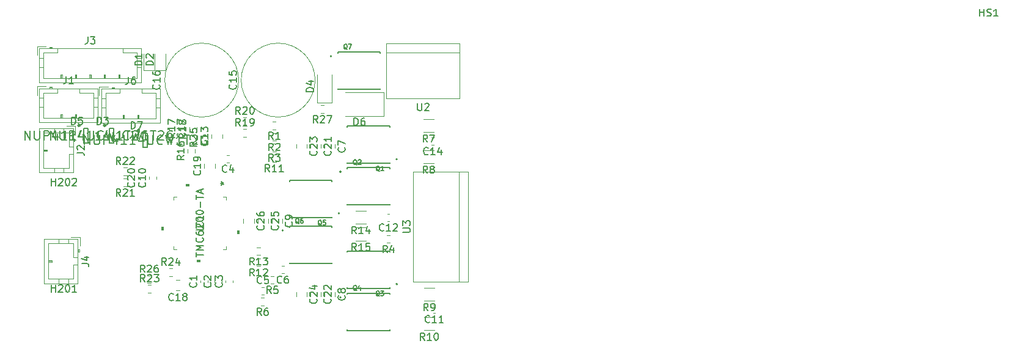
<source format=gto>
G04 #@! TF.GenerationSoftware,KiCad,Pcbnew,5.1.12-84ad8e8a86~92~ubuntu20.04.1*
G04 #@! TF.CreationDate,2022-01-16T14:46:47+02:00*
G04 #@! TF.ProjectId,opm-inline,6f706d2d-696e-46c6-996e-652e6b696361,rev?*
G04 #@! TF.SameCoordinates,Original*
G04 #@! TF.FileFunction,Legend,Top*
G04 #@! TF.FilePolarity,Positive*
%FSLAX46Y46*%
G04 Gerber Fmt 4.6, Leading zero omitted, Abs format (unit mm)*
G04 Created by KiCad (PCBNEW 5.1.12-84ad8e8a86~92~ubuntu20.04.1) date 2022-01-16 14:46:47*
%MOMM*%
%LPD*%
G01*
G04 APERTURE LIST*
%ADD10C,0.127000*%
%ADD11C,0.200000*%
%ADD12C,0.120000*%
%ADD13C,0.100000*%
%ADD14C,0.150000*%
%ADD15C,0.249999*%
G04 APERTURE END LIST*
D10*
G04 #@! TO.C,Q6*
X170390000Y-91520000D02*
X170390000Y-91405000D01*
X170390000Y-91405000D02*
X164490000Y-91405000D01*
X164490000Y-91405000D02*
X164490000Y-91520000D01*
X164490000Y-96440000D02*
X164490000Y-96555000D01*
X164490000Y-96555000D02*
X170390000Y-96555000D01*
X170390000Y-96555000D02*
X170390000Y-96440000D01*
D11*
X163640000Y-91980000D02*
G75*
G03*
X163640000Y-91980000I-100000J0D01*
G01*
G04 #@! TO.C,Q5*
X171430000Y-89630000D02*
G75*
G03*
X171430000Y-89630000I-100000J0D01*
G01*
D10*
X164480000Y-85055000D02*
X164480000Y-85170000D01*
X170380000Y-85055000D02*
X164480000Y-85055000D01*
X170380000Y-85170000D02*
X170380000Y-85055000D01*
X170380000Y-90205000D02*
X170380000Y-90090000D01*
X164480000Y-90205000D02*
X170380000Y-90205000D01*
X164480000Y-90090000D02*
X164480000Y-90205000D01*
D12*
G04 #@! TO.C,U3*
X189230000Y-99060000D02*
X181610000Y-99060000D01*
X189230000Y-83820000D02*
X181610000Y-83820000D01*
X187960000Y-99060000D02*
X187960000Y-83820000D01*
X181610000Y-99060000D02*
X181610000Y-83820000D01*
X189230000Y-99060000D02*
X189230000Y-83820000D01*
G04 #@! TO.C,U2*
X188087000Y-66040000D02*
X177927000Y-66040000D01*
X188087000Y-73660000D02*
X188087000Y-66040000D01*
X177927000Y-73660000D02*
X188087000Y-73660000D01*
X177927000Y-66040000D02*
X177927000Y-73660000D01*
X177927000Y-67310000D02*
X188087000Y-67310000D01*
D11*
G04 #@! TO.C,Q4*
X171650000Y-101270000D02*
G75*
G03*
X171650000Y-101270000I-100000J0D01*
G01*
D10*
X178400000Y-105845000D02*
X178400000Y-105730000D01*
X172500000Y-105845000D02*
X178400000Y-105845000D01*
X172500000Y-105730000D02*
X172500000Y-105845000D01*
X172500000Y-100695000D02*
X172500000Y-100810000D01*
X178400000Y-100695000D02*
X172500000Y-100695000D01*
X178400000Y-100810000D02*
X178400000Y-100695000D01*
D11*
G04 #@! TO.C,Q3*
X179450000Y-99420000D02*
G75*
G03*
X179450000Y-99420000I-100000J0D01*
G01*
D10*
X172500000Y-94845000D02*
X172500000Y-94960000D01*
X178400000Y-94845000D02*
X172500000Y-94845000D01*
X178400000Y-94960000D02*
X178400000Y-94845000D01*
X178400000Y-99995000D02*
X178400000Y-99880000D01*
X172500000Y-99995000D02*
X178400000Y-99995000D01*
X172500000Y-99880000D02*
X172500000Y-99995000D01*
D11*
G04 #@! TO.C,Q2*
X171650000Y-83860000D02*
G75*
G03*
X171650000Y-83860000I-100000J0D01*
G01*
D10*
X178400000Y-88435000D02*
X178400000Y-88320000D01*
X172500000Y-88435000D02*
X178400000Y-88435000D01*
X172500000Y-88320000D02*
X172500000Y-88435000D01*
X172500000Y-83285000D02*
X172500000Y-83400000D01*
X178400000Y-83285000D02*
X172500000Y-83285000D01*
X178400000Y-83400000D02*
X178400000Y-83285000D01*
D11*
G04 #@! TO.C,Q1*
X179450000Y-82110000D02*
G75*
G03*
X179450000Y-82110000I-100000J0D01*
G01*
D10*
X172500000Y-77535000D02*
X172500000Y-77650000D01*
X178400000Y-77535000D02*
X172500000Y-77535000D01*
X178400000Y-77650000D02*
X178400000Y-77535000D01*
X178400000Y-82685000D02*
X178400000Y-82570000D01*
X172500000Y-82685000D02*
X178400000Y-82685000D01*
X172500000Y-82570000D02*
X172500000Y-82685000D01*
D12*
G04 #@! TO.C,J3*
X129520000Y-66470000D02*
X129520000Y-67720000D01*
X130770000Y-66470000D02*
X129520000Y-66470000D01*
X140880000Y-70880000D02*
X140880000Y-70380000D01*
X140980000Y-70380000D02*
X140980000Y-70880000D01*
X140780000Y-70380000D02*
X140980000Y-70380000D01*
X140780000Y-70880000D02*
X140780000Y-70380000D01*
X138880000Y-70880000D02*
X138880000Y-70380000D01*
X138980000Y-70380000D02*
X138980000Y-70880000D01*
X138780000Y-70380000D02*
X138980000Y-70380000D01*
X138780000Y-70880000D02*
X138780000Y-70380000D01*
X136880000Y-70880000D02*
X136880000Y-70380000D01*
X136980000Y-70380000D02*
X136980000Y-70880000D01*
X136780000Y-70380000D02*
X136980000Y-70380000D01*
X136780000Y-70880000D02*
X136780000Y-70380000D01*
X134880000Y-70880000D02*
X134880000Y-70380000D01*
X134980000Y-70380000D02*
X134980000Y-70880000D01*
X134780000Y-70380000D02*
X134980000Y-70380000D01*
X134780000Y-70880000D02*
X134780000Y-70380000D01*
X132880000Y-70880000D02*
X132880000Y-70380000D01*
X132980000Y-70380000D02*
X132980000Y-70880000D01*
X132780000Y-70380000D02*
X132980000Y-70380000D01*
X132780000Y-70880000D02*
X132780000Y-70380000D01*
X143940000Y-69380000D02*
X143330000Y-69380000D01*
X143940000Y-68080000D02*
X143330000Y-68080000D01*
X129820000Y-69380000D02*
X130430000Y-69380000D01*
X129820000Y-68080000D02*
X130430000Y-68080000D01*
X141380000Y-67380000D02*
X141380000Y-66770000D01*
X143330000Y-67380000D02*
X141380000Y-67380000D01*
X143330000Y-70880000D02*
X143330000Y-67380000D01*
X130430000Y-70880000D02*
X143330000Y-70880000D01*
X130430000Y-67380000D02*
X130430000Y-70880000D01*
X132380000Y-67380000D02*
X130430000Y-67380000D01*
X132380000Y-66770000D02*
X132380000Y-67380000D01*
X131580000Y-66670000D02*
X131280000Y-66670000D01*
X131280000Y-66570000D02*
X131280000Y-66770000D01*
X131580000Y-66570000D02*
X131280000Y-66570000D01*
X131580000Y-66770000D02*
X131580000Y-66570000D01*
X143940000Y-66770000D02*
X129820000Y-66770000D01*
X143940000Y-71490000D02*
X143940000Y-66770000D01*
X129820000Y-71490000D02*
X143940000Y-71490000D01*
X129820000Y-66770000D02*
X129820000Y-71490000D01*
G04 #@! TO.C,R15*
X175099064Y-91600000D02*
X173644936Y-91600000D01*
X175099064Y-93420000D02*
X173644936Y-93420000D01*
G04 #@! TO.C,R14*
X175099064Y-89260000D02*
X173644936Y-89260000D01*
X175099064Y-91080000D02*
X173644936Y-91080000D01*
G04 #@! TO.C,R10*
X184567064Y-104000000D02*
X183112936Y-104000000D01*
X184567064Y-105820000D02*
X183112936Y-105820000D01*
G04 #@! TO.C,R9*
X184567064Y-99920000D02*
X183112936Y-99920000D01*
X184567064Y-101740000D02*
X183112936Y-101740000D01*
G04 #@! TO.C,R8*
X184489064Y-80870000D02*
X183034936Y-80870000D01*
X184489064Y-82690000D02*
X183034936Y-82690000D01*
G04 #@! TO.C,R7*
X184489064Y-76560000D02*
X183034936Y-76560000D01*
X184489064Y-78380000D02*
X183034936Y-78380000D01*
G04 #@! TO.C,R26*
X144827742Y-99282500D02*
X145302258Y-99282500D01*
X144827742Y-98237500D02*
X145302258Y-98237500D01*
G04 #@! TO.C,R25*
X153176500Y-79358258D02*
X153176500Y-78883742D01*
X152131500Y-79358258D02*
X152131500Y-78883742D01*
G04 #@! TO.C,C20*
X144532000Y-84841580D02*
X144532000Y-84560420D01*
X143512000Y-84841580D02*
X143512000Y-84560420D01*
G04 #@! TO.C,C19*
X154151000Y-83319252D02*
X154151000Y-82796748D01*
X152681000Y-83319252D02*
X152681000Y-82796748D01*
G04 #@! TO.C,C18*
X149293252Y-98833000D02*
X148770748Y-98833000D01*
X149293252Y-100303000D02*
X148770748Y-100303000D01*
G04 #@! TO.C,C13*
X155167000Y-79194252D02*
X155167000Y-78671748D01*
X153697000Y-79194252D02*
X153697000Y-78671748D01*
G04 #@! TO.C,C16*
X157450000Y-71160000D02*
G75*
G03*
X157450000Y-71160000I-5120000J0D01*
G01*
G04 #@! TO.C,C15*
X168038000Y-71160000D02*
G75*
G03*
X168038000Y-71160000I-5120000J0D01*
G01*
G04 #@! TO.C,R24*
X147812742Y-98312500D02*
X148287258Y-98312500D01*
X147812742Y-97267500D02*
X148287258Y-97267500D01*
G04 #@! TO.C,R23*
X144859742Y-100598500D02*
X145334258Y-100598500D01*
X144859742Y-99553500D02*
X145334258Y-99553500D01*
G04 #@! TO.C,R22*
X141494742Y-84342500D02*
X141969258Y-84342500D01*
X141494742Y-83297500D02*
X141969258Y-83297500D01*
G04 #@! TO.C,R21*
X141969258Y-84821500D02*
X141494742Y-84821500D01*
X141969258Y-85866500D02*
X141494742Y-85866500D01*
G04 #@! TO.C,R20*
X158067742Y-77357500D02*
X158542258Y-77357500D01*
X158067742Y-76312500D02*
X158542258Y-76312500D01*
G04 #@! TO.C,R19*
X158067742Y-79008500D02*
X158542258Y-79008500D01*
X158067742Y-77963500D02*
X158542258Y-77963500D01*
G04 #@! TO.C,R18*
X151652500Y-78188258D02*
X151652500Y-77713742D01*
X150607500Y-78188258D02*
X150607500Y-77713742D01*
G04 #@! TO.C,R17*
X150128500Y-78124258D02*
X150128500Y-77649742D01*
X149083500Y-78124258D02*
X149083500Y-77649742D01*
G04 #@! TO.C,R16*
X151398500Y-81199258D02*
X151398500Y-80724742D01*
X150353500Y-81199258D02*
X150353500Y-80724742D01*
G04 #@! TO.C,R13*
X160447258Y-94346500D02*
X159972742Y-94346500D01*
X160447258Y-95391500D02*
X159972742Y-95391500D01*
G04 #@! TO.C,R12*
X160447258Y-95870500D02*
X159972742Y-95870500D01*
X160447258Y-96915500D02*
X159972742Y-96915500D01*
G04 #@! TO.C,R11*
X162622258Y-81457500D02*
X162147742Y-81457500D01*
X162622258Y-82502500D02*
X162147742Y-82502500D01*
G04 #@! TO.C,R6*
X161002258Y-101327500D02*
X160527742Y-101327500D01*
X161002258Y-102372500D02*
X160527742Y-102372500D01*
G04 #@! TO.C,R5*
X162352258Y-98307500D02*
X161877742Y-98307500D01*
X162352258Y-99352500D02*
X161877742Y-99352500D01*
G04 #@! TO.C,R4*
X178427258Y-92657500D02*
X177952742Y-92657500D01*
X178427258Y-93702500D02*
X177952742Y-93702500D01*
G04 #@! TO.C,R3*
X162622258Y-79987500D02*
X162147742Y-79987500D01*
X162622258Y-81032500D02*
X162147742Y-81032500D01*
G04 #@! TO.C,R2*
X162622258Y-78517500D02*
X162147742Y-78517500D01*
X162622258Y-79562500D02*
X162147742Y-79562500D01*
G04 #@! TO.C,R1*
X162606258Y-76947500D02*
X162131742Y-76947500D01*
X162606258Y-77992500D02*
X162131742Y-77992500D01*
D13*
G04 #@! TO.C,IC1*
G36*
X157195400Y-91999500D02*
G01*
X157449400Y-91999500D01*
X157449400Y-92380500D01*
X157195400Y-92380500D01*
X157195400Y-91999500D01*
G37*
X157195400Y-91999500D02*
X157449400Y-91999500D01*
X157449400Y-92380500D01*
X157195400Y-92380500D01*
X157195400Y-91999500D01*
G36*
X152030501Y-96299400D02*
G01*
X151649500Y-96299400D01*
X151649500Y-96045400D01*
X152030501Y-96045400D01*
X152030501Y-96299400D01*
G37*
X152030501Y-96299400D02*
X151649500Y-96299400D01*
X151649500Y-96045400D01*
X152030501Y-96045400D01*
X152030501Y-96299400D01*
G36*
X146984600Y-91499501D02*
G01*
X146730600Y-91499501D01*
X146730600Y-91880501D01*
X146984600Y-91880501D01*
X146984600Y-91499501D01*
G37*
X146984600Y-91499501D02*
X146730600Y-91499501D01*
X146730600Y-91880501D01*
X146984600Y-91880501D01*
X146984600Y-91499501D01*
G36*
X150530501Y-85580600D02*
G01*
X150149501Y-85580600D01*
X150149501Y-85834600D01*
X150530501Y-85834600D01*
X150530501Y-85580600D01*
G37*
X150530501Y-85580600D02*
X150149501Y-85580600D01*
X150149501Y-85834600D01*
X150530501Y-85834600D01*
X150530501Y-85580600D01*
D12*
X155722200Y-87717560D02*
X155722200Y-87307800D01*
X155312440Y-94572200D02*
X155722200Y-94572200D01*
X148457800Y-94162440D02*
X148457800Y-94572200D01*
X148867560Y-87307800D02*
X148457800Y-87307800D01*
X155722200Y-87307800D02*
X155312440Y-87307800D01*
X155722200Y-94572200D02*
X155722200Y-94162440D01*
X148457800Y-94572200D02*
X148867560Y-94572200D01*
X148457800Y-87307800D02*
X148457800Y-87717560D01*
G04 #@! TO.C,D2*
X147293000Y-69785500D02*
X147293000Y-67500500D01*
X145823000Y-69785500D02*
X147293000Y-69785500D01*
X145823000Y-67500500D02*
X145823000Y-69785500D01*
G04 #@! TO.C,D1*
X145769000Y-69811000D02*
X145769000Y-67526000D01*
X144299000Y-69811000D02*
X145769000Y-69811000D01*
X144299000Y-67526000D02*
X144299000Y-69811000D01*
G04 #@! TO.C,C17*
X147572000Y-77723420D02*
X147572000Y-78004580D01*
X148592000Y-77723420D02*
X148592000Y-78004580D01*
G04 #@! TO.C,C14*
X184480580Y-80120000D02*
X184199420Y-80120000D01*
X184480580Y-79100000D02*
X184199420Y-79100000D01*
G04 #@! TO.C,C12*
X178330580Y-89660000D02*
X178049420Y-89660000D01*
X178330580Y-90680000D02*
X178049420Y-90680000D01*
G04 #@! TO.C,C11*
X184685580Y-102360000D02*
X184404420Y-102360000D01*
X184685580Y-103380000D02*
X184404420Y-103380000D01*
G04 #@! TO.C,C10*
X146052000Y-84836580D02*
X146052000Y-84555420D01*
X145032000Y-84836580D02*
X145032000Y-84555420D01*
G04 #@! TO.C,C6*
X163716580Y-96899000D02*
X163435420Y-96899000D01*
X163716580Y-97919000D02*
X163435420Y-97919000D01*
G04 #@! TO.C,C5*
X160654420Y-99820000D02*
X160935580Y-99820000D01*
X160654420Y-100840000D02*
X160935580Y-100840000D01*
G04 #@! TO.C,C4*
X156109580Y-81532000D02*
X155828420Y-81532000D01*
X156109580Y-82552000D02*
X155828420Y-82552000D01*
G04 #@! TO.C,C3*
X156680000Y-99195580D02*
X156680000Y-98914420D01*
X155660000Y-99195580D02*
X155660000Y-98914420D01*
G04 #@! TO.C,C2*
X155110000Y-99195580D02*
X155110000Y-98914420D01*
X154090000Y-99195580D02*
X154090000Y-98914420D01*
G04 #@! TO.C,C1*
X153140000Y-99195580D02*
X153140000Y-98914420D01*
X152120000Y-99195580D02*
X152120000Y-98914420D01*
G04 #@! TO.C,J2*
X134825000Y-77523000D02*
X133575000Y-77523000D01*
X134825000Y-78773000D02*
X134825000Y-77523000D01*
X130415000Y-80883000D02*
X130915000Y-80883000D01*
X130915000Y-80983000D02*
X130415000Y-80983000D01*
X130915000Y-80783000D02*
X130915000Y-80983000D01*
X130415000Y-80783000D02*
X130915000Y-80783000D01*
X131915000Y-83943000D02*
X131915000Y-83333000D01*
X133215000Y-83943000D02*
X133215000Y-83333000D01*
X131915000Y-77823000D02*
X131915000Y-78433000D01*
X133215000Y-77823000D02*
X133215000Y-78433000D01*
X133915000Y-81383000D02*
X134525000Y-81383000D01*
X133915000Y-83333000D02*
X133915000Y-81383000D01*
X130415000Y-83333000D02*
X133915000Y-83333000D01*
X130415000Y-78433000D02*
X130415000Y-83333000D01*
X133915000Y-78433000D02*
X130415000Y-78433000D01*
X133915000Y-80383000D02*
X133915000Y-78433000D01*
X134525000Y-80383000D02*
X133915000Y-80383000D01*
X134625000Y-79583000D02*
X134625000Y-79283000D01*
X134725000Y-79283000D02*
X134525000Y-79283000D01*
X134725000Y-79583000D02*
X134725000Y-79283000D01*
X134525000Y-79583000D02*
X134725000Y-79583000D01*
X134525000Y-83943000D02*
X134525000Y-77823000D01*
X129805000Y-83943000D02*
X134525000Y-83943000D01*
X129805000Y-77823000D02*
X129805000Y-83943000D01*
X134525000Y-77823000D02*
X129805000Y-77823000D01*
G04 #@! TO.C,J6*
X138134000Y-72058000D02*
X138134000Y-73308000D01*
X139384000Y-72058000D02*
X138134000Y-72058000D01*
X143494000Y-76468000D02*
X143494000Y-75968000D01*
X143594000Y-75968000D02*
X143594000Y-76468000D01*
X143394000Y-75968000D02*
X143594000Y-75968000D01*
X143394000Y-76468000D02*
X143394000Y-75968000D01*
X141494000Y-76468000D02*
X141494000Y-75968000D01*
X141594000Y-75968000D02*
X141594000Y-76468000D01*
X141394000Y-75968000D02*
X141594000Y-75968000D01*
X141394000Y-76468000D02*
X141394000Y-75968000D01*
X146554000Y-74968000D02*
X145944000Y-74968000D01*
X146554000Y-73668000D02*
X145944000Y-73668000D01*
X138434000Y-74968000D02*
X139044000Y-74968000D01*
X138434000Y-73668000D02*
X139044000Y-73668000D01*
X143994000Y-72968000D02*
X143994000Y-72358000D01*
X145944000Y-72968000D02*
X143994000Y-72968000D01*
X145944000Y-76468000D02*
X145944000Y-72968000D01*
X139044000Y-76468000D02*
X145944000Y-76468000D01*
X139044000Y-72968000D02*
X139044000Y-76468000D01*
X140994000Y-72968000D02*
X139044000Y-72968000D01*
X140994000Y-72358000D02*
X140994000Y-72968000D01*
X140194000Y-72258000D02*
X139894000Y-72258000D01*
X139894000Y-72158000D02*
X139894000Y-72358000D01*
X140194000Y-72158000D02*
X139894000Y-72158000D01*
X140194000Y-72358000D02*
X140194000Y-72158000D01*
X146554000Y-72358000D02*
X138434000Y-72358000D01*
X146554000Y-77078000D02*
X146554000Y-72358000D01*
X138434000Y-77078000D02*
X146554000Y-77078000D01*
X138434000Y-72358000D02*
X138434000Y-77078000D01*
G04 #@! TO.C,J4*
X135160000Y-93190000D02*
X130440000Y-93190000D01*
X130440000Y-93190000D02*
X130440000Y-99310000D01*
X130440000Y-99310000D02*
X135160000Y-99310000D01*
X135160000Y-99310000D02*
X135160000Y-93190000D01*
X135160000Y-94950000D02*
X135360000Y-94950000D01*
X135360000Y-94950000D02*
X135360000Y-94650000D01*
X135360000Y-94650000D02*
X135160000Y-94650000D01*
X135260000Y-94950000D02*
X135260000Y-94650000D01*
X135160000Y-95750000D02*
X134550000Y-95750000D01*
X134550000Y-95750000D02*
X134550000Y-93800000D01*
X134550000Y-93800000D02*
X131050000Y-93800000D01*
X131050000Y-93800000D02*
X131050000Y-98700000D01*
X131050000Y-98700000D02*
X134550000Y-98700000D01*
X134550000Y-98700000D02*
X134550000Y-96750000D01*
X134550000Y-96750000D02*
X135160000Y-96750000D01*
X133850000Y-93190000D02*
X133850000Y-93800000D01*
X132550000Y-93190000D02*
X132550000Y-93800000D01*
X133850000Y-99310000D02*
X133850000Y-98700000D01*
X132550000Y-99310000D02*
X132550000Y-98700000D01*
X131050000Y-96150000D02*
X131550000Y-96150000D01*
X131550000Y-96150000D02*
X131550000Y-96350000D01*
X131550000Y-96350000D02*
X131050000Y-96350000D01*
X131050000Y-96250000D02*
X131550000Y-96250000D01*
X135460000Y-94140000D02*
X135460000Y-92890000D01*
X135460000Y-92890000D02*
X134210000Y-92890000D01*
G04 #@! TO.C,J1*
X129820000Y-72300000D02*
X129820000Y-77020000D01*
X129820000Y-77020000D02*
X137940000Y-77020000D01*
X137940000Y-77020000D02*
X137940000Y-72300000D01*
X137940000Y-72300000D02*
X129820000Y-72300000D01*
X131580000Y-72300000D02*
X131580000Y-72100000D01*
X131580000Y-72100000D02*
X131280000Y-72100000D01*
X131280000Y-72100000D02*
X131280000Y-72300000D01*
X131580000Y-72200000D02*
X131280000Y-72200000D01*
X132380000Y-72300000D02*
X132380000Y-72910000D01*
X132380000Y-72910000D02*
X130430000Y-72910000D01*
X130430000Y-72910000D02*
X130430000Y-76410000D01*
X130430000Y-76410000D02*
X137330000Y-76410000D01*
X137330000Y-76410000D02*
X137330000Y-72910000D01*
X137330000Y-72910000D02*
X135380000Y-72910000D01*
X135380000Y-72910000D02*
X135380000Y-72300000D01*
X129820000Y-73610000D02*
X130430000Y-73610000D01*
X129820000Y-74910000D02*
X130430000Y-74910000D01*
X137940000Y-73610000D02*
X137330000Y-73610000D01*
X137940000Y-74910000D02*
X137330000Y-74910000D01*
X132780000Y-76410000D02*
X132780000Y-75910000D01*
X132780000Y-75910000D02*
X132980000Y-75910000D01*
X132980000Y-75910000D02*
X132980000Y-76410000D01*
X132880000Y-76410000D02*
X132880000Y-75910000D01*
X134780000Y-76410000D02*
X134780000Y-75910000D01*
X134780000Y-75910000D02*
X134980000Y-75910000D01*
X134980000Y-75910000D02*
X134980000Y-76410000D01*
X134880000Y-76410000D02*
X134880000Y-75910000D01*
X130770000Y-72000000D02*
X129520000Y-72000000D01*
X129520000Y-72000000D02*
X129520000Y-73250000D01*
G04 #@! TO.C,C8*
X169345000Y-100568748D02*
X169345000Y-101091252D01*
X170815000Y-100568748D02*
X170815000Y-101091252D01*
G04 #@! TO.C,C22*
X168845000Y-100568748D02*
X168845000Y-101091252D01*
X167375000Y-100568748D02*
X167375000Y-101091252D01*
G04 #@! TO.C,C24*
X165435000Y-100568748D02*
X165435000Y-101091252D01*
X166905000Y-100568748D02*
X166905000Y-101091252D01*
G04 #@! TO.C,C25*
X161555000Y-90408748D02*
X161555000Y-90931252D01*
X160085000Y-90408748D02*
X160085000Y-90931252D01*
G04 #@! TO.C,C26*
X158115000Y-90408748D02*
X158115000Y-90931252D01*
X159585000Y-90408748D02*
X159585000Y-90931252D01*
G04 #@! TO.C,C7*
X170815000Y-80068748D02*
X170815000Y-80591252D01*
X169345000Y-80068748D02*
X169345000Y-80591252D01*
G04 #@! TO.C,C9*
X162025000Y-90408748D02*
X162025000Y-90931252D01*
X163495000Y-90408748D02*
X163495000Y-90931252D01*
G04 #@! TO.C,C21*
X167405000Y-80068748D02*
X167405000Y-80591252D01*
X168875000Y-80068748D02*
X168875000Y-80591252D01*
G04 #@! TO.C,C23*
X166905000Y-80068748D02*
X166905000Y-80591252D01*
X165435000Y-80068748D02*
X165435000Y-80591252D01*
D10*
G04 #@! TO.C,Q7*
X177067000Y-67390000D02*
X177067000Y-67275000D01*
X177067000Y-67275000D02*
X171167000Y-67275000D01*
X171167000Y-67275000D02*
X171167000Y-67390000D01*
X171167000Y-72310000D02*
X171167000Y-72425000D01*
X171167000Y-72425000D02*
X177067000Y-72425000D01*
X177067000Y-72425000D02*
X177067000Y-72310000D01*
D11*
X170317000Y-67850000D02*
G75*
G03*
X170317000Y-67850000I-100000J0D01*
G01*
D12*
G04 #@! TO.C,D4*
X168368000Y-74259000D02*
X170368000Y-74259000D01*
X170368000Y-74259000D02*
X170368000Y-70359000D01*
X168368000Y-74259000D02*
X168368000Y-70359000D01*
G04 #@! TO.C,R27*
X169274258Y-75706500D02*
X168799742Y-75706500D01*
X169274258Y-74661500D02*
X168799742Y-74661500D01*
G04 #@! TO.C,D6*
X177585000Y-76122000D02*
X177585000Y-72822000D01*
X177585000Y-72822000D02*
X172185000Y-72822000D01*
X177585000Y-76122000D02*
X172185000Y-76122000D01*
D14*
G04 #@! TO.C,D3*
X140126999Y-79867001D02*
X140126999Y-77866999D01*
X139527001Y-79867001D02*
X139527001Y-77866999D01*
X139527001Y-79867001D02*
X140126999Y-79867001D01*
X139527001Y-77866999D02*
X140126999Y-77866999D01*
D15*
X139002000Y-77467000D02*
G75*
G03*
X139002000Y-77467000I-125001J0D01*
G01*
G04 #@! TO.C,D5*
X135446000Y-77467000D02*
G75*
G03*
X135446000Y-77467000I-125001J0D01*
G01*
D14*
X135971001Y-77866999D02*
X136570999Y-77866999D01*
X135971001Y-79867001D02*
X136570999Y-79867001D01*
X135971001Y-79867001D02*
X135971001Y-77866999D01*
X136570999Y-79867001D02*
X136570999Y-77866999D01*
G04 #@! TO.C,D7*
X144825999Y-80502001D02*
X144825999Y-78501999D01*
X144226001Y-80502001D02*
X144226001Y-78501999D01*
X144226001Y-80502001D02*
X144825999Y-80502001D01*
X144226001Y-78501999D02*
X144825999Y-78501999D01*
D15*
X143701000Y-78102000D02*
G75*
G03*
X143701000Y-78102000I-125001J0D01*
G01*
G04 #@! TO.C,Q6*
D14*
X165811047Y-91024076D02*
X165750095Y-90993600D01*
X165689142Y-90932647D01*
X165597714Y-90841219D01*
X165536761Y-90810742D01*
X165475809Y-90810742D01*
X165506285Y-90963123D02*
X165445333Y-90932647D01*
X165384380Y-90871695D01*
X165353904Y-90749790D01*
X165353904Y-90536457D01*
X165384380Y-90414552D01*
X165445333Y-90353600D01*
X165506285Y-90323123D01*
X165628190Y-90323123D01*
X165689142Y-90353600D01*
X165750095Y-90414552D01*
X165780571Y-90536457D01*
X165780571Y-90749790D01*
X165750095Y-90871695D01*
X165689142Y-90932647D01*
X165628190Y-90963123D01*
X165506285Y-90963123D01*
X166329142Y-90323123D02*
X166207238Y-90323123D01*
X166146285Y-90353600D01*
X166115809Y-90384076D01*
X166054857Y-90475504D01*
X166024380Y-90597409D01*
X166024380Y-90841219D01*
X166054857Y-90902171D01*
X166085333Y-90932647D01*
X166146285Y-90963123D01*
X166268190Y-90963123D01*
X166329142Y-90932647D01*
X166359619Y-90902171D01*
X166390095Y-90841219D01*
X166390095Y-90688838D01*
X166359619Y-90627885D01*
X166329142Y-90597409D01*
X166268190Y-90566933D01*
X166146285Y-90566933D01*
X166085333Y-90597409D01*
X166054857Y-90627885D01*
X166024380Y-90688838D01*
G04 #@! TO.C,Q5*
X168937047Y-91286876D02*
X168876095Y-91256400D01*
X168815142Y-91195447D01*
X168723714Y-91104019D01*
X168662761Y-91073542D01*
X168601809Y-91073542D01*
X168632285Y-91225923D02*
X168571333Y-91195447D01*
X168510380Y-91134495D01*
X168479904Y-91012590D01*
X168479904Y-90799257D01*
X168510380Y-90677352D01*
X168571333Y-90616400D01*
X168632285Y-90585923D01*
X168754190Y-90585923D01*
X168815142Y-90616400D01*
X168876095Y-90677352D01*
X168906571Y-90799257D01*
X168906571Y-91012590D01*
X168876095Y-91134495D01*
X168815142Y-91195447D01*
X168754190Y-91225923D01*
X168632285Y-91225923D01*
X169485619Y-90585923D02*
X169180857Y-90585923D01*
X169150380Y-90890685D01*
X169180857Y-90860209D01*
X169241809Y-90829733D01*
X169394190Y-90829733D01*
X169455142Y-90860209D01*
X169485619Y-90890685D01*
X169516095Y-90951638D01*
X169516095Y-91104019D01*
X169485619Y-91164971D01*
X169455142Y-91195447D01*
X169394190Y-91225923D01*
X169241809Y-91225923D01*
X169180857Y-91195447D01*
X169150380Y-91164971D01*
G04 #@! TO.C,HS1*
X260127904Y-62301380D02*
X260127904Y-61301380D01*
X260127904Y-61777571D02*
X260699333Y-61777571D01*
X260699333Y-62301380D02*
X260699333Y-61301380D01*
X261127904Y-62253761D02*
X261270761Y-62301380D01*
X261508857Y-62301380D01*
X261604095Y-62253761D01*
X261651714Y-62206142D01*
X261699333Y-62110904D01*
X261699333Y-62015666D01*
X261651714Y-61920428D01*
X261604095Y-61872809D01*
X261508857Y-61825190D01*
X261318380Y-61777571D01*
X261223142Y-61729952D01*
X261175523Y-61682333D01*
X261127904Y-61587095D01*
X261127904Y-61491857D01*
X261175523Y-61396619D01*
X261223142Y-61349000D01*
X261318380Y-61301380D01*
X261556476Y-61301380D01*
X261699333Y-61349000D01*
X262651714Y-62301380D02*
X262080285Y-62301380D01*
X262366000Y-62301380D02*
X262366000Y-61301380D01*
X262270761Y-61444238D01*
X262175523Y-61539476D01*
X262080285Y-61587095D01*
G04 #@! TO.C,U3*
X180222380Y-92231904D02*
X181031904Y-92231904D01*
X181127142Y-92184285D01*
X181174761Y-92136666D01*
X181222380Y-92041428D01*
X181222380Y-91850952D01*
X181174761Y-91755714D01*
X181127142Y-91708095D01*
X181031904Y-91660476D01*
X180222380Y-91660476D01*
X180222380Y-91279523D02*
X180222380Y-90660476D01*
X180603333Y-90993809D01*
X180603333Y-90850952D01*
X180650952Y-90755714D01*
X180698571Y-90708095D01*
X180793809Y-90660476D01*
X181031904Y-90660476D01*
X181127142Y-90708095D01*
X181174761Y-90755714D01*
X181222380Y-90850952D01*
X181222380Y-91136666D01*
X181174761Y-91231904D01*
X181127142Y-91279523D01*
G04 #@! TO.C,U2*
X182245095Y-74382380D02*
X182245095Y-75191904D01*
X182292714Y-75287142D01*
X182340333Y-75334761D01*
X182435571Y-75382380D01*
X182626047Y-75382380D01*
X182721285Y-75334761D01*
X182768904Y-75287142D01*
X182816523Y-75191904D01*
X182816523Y-74382380D01*
X183245095Y-74477619D02*
X183292714Y-74430000D01*
X183387952Y-74382380D01*
X183626047Y-74382380D01*
X183721285Y-74430000D01*
X183768904Y-74477619D01*
X183816523Y-74572857D01*
X183816523Y-74668095D01*
X183768904Y-74810952D01*
X183197476Y-75382380D01*
X183816523Y-75382380D01*
G04 #@! TO.C,Q4*
X173821047Y-100314076D02*
X173760095Y-100283600D01*
X173699142Y-100222647D01*
X173607714Y-100131219D01*
X173546761Y-100100742D01*
X173485809Y-100100742D01*
X173516285Y-100253123D02*
X173455333Y-100222647D01*
X173394380Y-100161695D01*
X173363904Y-100039790D01*
X173363904Y-99826457D01*
X173394380Y-99704552D01*
X173455333Y-99643600D01*
X173516285Y-99613123D01*
X173638190Y-99613123D01*
X173699142Y-99643600D01*
X173760095Y-99704552D01*
X173790571Y-99826457D01*
X173790571Y-100039790D01*
X173760095Y-100161695D01*
X173699142Y-100222647D01*
X173638190Y-100253123D01*
X173516285Y-100253123D01*
X174339142Y-99826457D02*
X174339142Y-100253123D01*
X174186761Y-99582647D02*
X174034380Y-100039790D01*
X174430571Y-100039790D01*
G04 #@! TO.C,Q3*
X176957047Y-101076876D02*
X176896095Y-101046400D01*
X176835142Y-100985447D01*
X176743714Y-100894019D01*
X176682761Y-100863542D01*
X176621809Y-100863542D01*
X176652285Y-101015923D02*
X176591333Y-100985447D01*
X176530380Y-100924495D01*
X176499904Y-100802590D01*
X176499904Y-100589257D01*
X176530380Y-100467352D01*
X176591333Y-100406400D01*
X176652285Y-100375923D01*
X176774190Y-100375923D01*
X176835142Y-100406400D01*
X176896095Y-100467352D01*
X176926571Y-100589257D01*
X176926571Y-100802590D01*
X176896095Y-100924495D01*
X176835142Y-100985447D01*
X176774190Y-101015923D01*
X176652285Y-101015923D01*
X177139904Y-100375923D02*
X177536095Y-100375923D01*
X177322761Y-100619733D01*
X177414190Y-100619733D01*
X177475142Y-100650209D01*
X177505619Y-100680685D01*
X177536095Y-100741638D01*
X177536095Y-100894019D01*
X177505619Y-100954971D01*
X177475142Y-100985447D01*
X177414190Y-101015923D01*
X177231333Y-101015923D01*
X177170380Y-100985447D01*
X177139904Y-100954971D01*
G04 #@! TO.C,Q2*
X173821047Y-82904076D02*
X173760095Y-82873600D01*
X173699142Y-82812647D01*
X173607714Y-82721219D01*
X173546761Y-82690742D01*
X173485809Y-82690742D01*
X173516285Y-82843123D02*
X173455333Y-82812647D01*
X173394380Y-82751695D01*
X173363904Y-82629790D01*
X173363904Y-82416457D01*
X173394380Y-82294552D01*
X173455333Y-82233600D01*
X173516285Y-82203123D01*
X173638190Y-82203123D01*
X173699142Y-82233600D01*
X173760095Y-82294552D01*
X173790571Y-82416457D01*
X173790571Y-82629790D01*
X173760095Y-82751695D01*
X173699142Y-82812647D01*
X173638190Y-82843123D01*
X173516285Y-82843123D01*
X174034380Y-82264076D02*
X174064857Y-82233600D01*
X174125809Y-82203123D01*
X174278190Y-82203123D01*
X174339142Y-82233600D01*
X174369619Y-82264076D01*
X174400095Y-82325028D01*
X174400095Y-82385980D01*
X174369619Y-82477409D01*
X174003904Y-82843123D01*
X174400095Y-82843123D01*
G04 #@! TO.C,Q1*
X176957047Y-83766876D02*
X176896095Y-83736400D01*
X176835142Y-83675447D01*
X176743714Y-83584019D01*
X176682761Y-83553542D01*
X176621809Y-83553542D01*
X176652285Y-83705923D02*
X176591333Y-83675447D01*
X176530380Y-83614495D01*
X176499904Y-83492590D01*
X176499904Y-83279257D01*
X176530380Y-83157352D01*
X176591333Y-83096400D01*
X176652285Y-83065923D01*
X176774190Y-83065923D01*
X176835142Y-83096400D01*
X176896095Y-83157352D01*
X176926571Y-83279257D01*
X176926571Y-83492590D01*
X176896095Y-83614495D01*
X176835142Y-83675447D01*
X176774190Y-83705923D01*
X176652285Y-83705923D01*
X177536095Y-83705923D02*
X177170380Y-83705923D01*
X177353238Y-83705923D02*
X177353238Y-83065923D01*
X177292285Y-83157352D01*
X177231333Y-83218304D01*
X177170380Y-83248780D01*
G04 #@! TO.C,J3*
X136546666Y-65132380D02*
X136546666Y-65846666D01*
X136499047Y-65989523D01*
X136403809Y-66084761D01*
X136260952Y-66132380D01*
X136165714Y-66132380D01*
X136927619Y-65132380D02*
X137546666Y-65132380D01*
X137213333Y-65513333D01*
X137356190Y-65513333D01*
X137451428Y-65560952D01*
X137499047Y-65608571D01*
X137546666Y-65703809D01*
X137546666Y-65941904D01*
X137499047Y-66037142D01*
X137451428Y-66084761D01*
X137356190Y-66132380D01*
X137070476Y-66132380D01*
X136975238Y-66084761D01*
X136927619Y-66037142D01*
G04 #@! TO.C,R15*
X173729142Y-94782380D02*
X173395809Y-94306190D01*
X173157714Y-94782380D02*
X173157714Y-93782380D01*
X173538666Y-93782380D01*
X173633904Y-93830000D01*
X173681523Y-93877619D01*
X173729142Y-93972857D01*
X173729142Y-94115714D01*
X173681523Y-94210952D01*
X173633904Y-94258571D01*
X173538666Y-94306190D01*
X173157714Y-94306190D01*
X174681523Y-94782380D02*
X174110095Y-94782380D01*
X174395809Y-94782380D02*
X174395809Y-93782380D01*
X174300571Y-93925238D01*
X174205333Y-94020476D01*
X174110095Y-94068095D01*
X175586285Y-93782380D02*
X175110095Y-93782380D01*
X175062476Y-94258571D01*
X175110095Y-94210952D01*
X175205333Y-94163333D01*
X175443428Y-94163333D01*
X175538666Y-94210952D01*
X175586285Y-94258571D01*
X175633904Y-94353809D01*
X175633904Y-94591904D01*
X175586285Y-94687142D01*
X175538666Y-94734761D01*
X175443428Y-94782380D01*
X175205333Y-94782380D01*
X175110095Y-94734761D01*
X175062476Y-94687142D01*
G04 #@! TO.C,R14*
X173729142Y-92442380D02*
X173395809Y-91966190D01*
X173157714Y-92442380D02*
X173157714Y-91442380D01*
X173538666Y-91442380D01*
X173633904Y-91490000D01*
X173681523Y-91537619D01*
X173729142Y-91632857D01*
X173729142Y-91775714D01*
X173681523Y-91870952D01*
X173633904Y-91918571D01*
X173538666Y-91966190D01*
X173157714Y-91966190D01*
X174681523Y-92442380D02*
X174110095Y-92442380D01*
X174395809Y-92442380D02*
X174395809Y-91442380D01*
X174300571Y-91585238D01*
X174205333Y-91680476D01*
X174110095Y-91728095D01*
X175538666Y-91775714D02*
X175538666Y-92442380D01*
X175300571Y-91394761D02*
X175062476Y-92109047D01*
X175681523Y-92109047D01*
G04 #@! TO.C,R10*
X183197142Y-107182380D02*
X182863809Y-106706190D01*
X182625714Y-107182380D02*
X182625714Y-106182380D01*
X183006666Y-106182380D01*
X183101904Y-106230000D01*
X183149523Y-106277619D01*
X183197142Y-106372857D01*
X183197142Y-106515714D01*
X183149523Y-106610952D01*
X183101904Y-106658571D01*
X183006666Y-106706190D01*
X182625714Y-106706190D01*
X184149523Y-107182380D02*
X183578095Y-107182380D01*
X183863809Y-107182380D02*
X183863809Y-106182380D01*
X183768571Y-106325238D01*
X183673333Y-106420476D01*
X183578095Y-106468095D01*
X184768571Y-106182380D02*
X184863809Y-106182380D01*
X184959047Y-106230000D01*
X185006666Y-106277619D01*
X185054285Y-106372857D01*
X185101904Y-106563333D01*
X185101904Y-106801428D01*
X185054285Y-106991904D01*
X185006666Y-107087142D01*
X184959047Y-107134761D01*
X184863809Y-107182380D01*
X184768571Y-107182380D01*
X184673333Y-107134761D01*
X184625714Y-107087142D01*
X184578095Y-106991904D01*
X184530476Y-106801428D01*
X184530476Y-106563333D01*
X184578095Y-106372857D01*
X184625714Y-106277619D01*
X184673333Y-106230000D01*
X184768571Y-106182380D01*
G04 #@! TO.C,R9*
X183673333Y-103102380D02*
X183340000Y-102626190D01*
X183101904Y-103102380D02*
X183101904Y-102102380D01*
X183482857Y-102102380D01*
X183578095Y-102150000D01*
X183625714Y-102197619D01*
X183673333Y-102292857D01*
X183673333Y-102435714D01*
X183625714Y-102530952D01*
X183578095Y-102578571D01*
X183482857Y-102626190D01*
X183101904Y-102626190D01*
X184149523Y-103102380D02*
X184340000Y-103102380D01*
X184435238Y-103054761D01*
X184482857Y-103007142D01*
X184578095Y-102864285D01*
X184625714Y-102673809D01*
X184625714Y-102292857D01*
X184578095Y-102197619D01*
X184530476Y-102150000D01*
X184435238Y-102102380D01*
X184244761Y-102102380D01*
X184149523Y-102150000D01*
X184101904Y-102197619D01*
X184054285Y-102292857D01*
X184054285Y-102530952D01*
X184101904Y-102626190D01*
X184149523Y-102673809D01*
X184244761Y-102721428D01*
X184435238Y-102721428D01*
X184530476Y-102673809D01*
X184578095Y-102626190D01*
X184625714Y-102530952D01*
G04 #@! TO.C,R8*
X183595333Y-84052380D02*
X183262000Y-83576190D01*
X183023904Y-84052380D02*
X183023904Y-83052380D01*
X183404857Y-83052380D01*
X183500095Y-83100000D01*
X183547714Y-83147619D01*
X183595333Y-83242857D01*
X183595333Y-83385714D01*
X183547714Y-83480952D01*
X183500095Y-83528571D01*
X183404857Y-83576190D01*
X183023904Y-83576190D01*
X184166761Y-83480952D02*
X184071523Y-83433333D01*
X184023904Y-83385714D01*
X183976285Y-83290476D01*
X183976285Y-83242857D01*
X184023904Y-83147619D01*
X184071523Y-83100000D01*
X184166761Y-83052380D01*
X184357238Y-83052380D01*
X184452476Y-83100000D01*
X184500095Y-83147619D01*
X184547714Y-83242857D01*
X184547714Y-83290476D01*
X184500095Y-83385714D01*
X184452476Y-83433333D01*
X184357238Y-83480952D01*
X184166761Y-83480952D01*
X184071523Y-83528571D01*
X184023904Y-83576190D01*
X183976285Y-83671428D01*
X183976285Y-83861904D01*
X184023904Y-83957142D01*
X184071523Y-84004761D01*
X184166761Y-84052380D01*
X184357238Y-84052380D01*
X184452476Y-84004761D01*
X184500095Y-83957142D01*
X184547714Y-83861904D01*
X184547714Y-83671428D01*
X184500095Y-83576190D01*
X184452476Y-83528571D01*
X184357238Y-83480952D01*
G04 #@! TO.C,R7*
X183595333Y-79742380D02*
X183262000Y-79266190D01*
X183023904Y-79742380D02*
X183023904Y-78742380D01*
X183404857Y-78742380D01*
X183500095Y-78790000D01*
X183547714Y-78837619D01*
X183595333Y-78932857D01*
X183595333Y-79075714D01*
X183547714Y-79170952D01*
X183500095Y-79218571D01*
X183404857Y-79266190D01*
X183023904Y-79266190D01*
X183928666Y-78742380D02*
X184595333Y-78742380D01*
X184166761Y-79742380D01*
G04 #@! TO.C,R26*
X144422142Y-97782380D02*
X144088809Y-97306190D01*
X143850714Y-97782380D02*
X143850714Y-96782380D01*
X144231666Y-96782380D01*
X144326904Y-96830000D01*
X144374523Y-96877619D01*
X144422142Y-96972857D01*
X144422142Y-97115714D01*
X144374523Y-97210952D01*
X144326904Y-97258571D01*
X144231666Y-97306190D01*
X143850714Y-97306190D01*
X144803095Y-96877619D02*
X144850714Y-96830000D01*
X144945952Y-96782380D01*
X145184047Y-96782380D01*
X145279285Y-96830000D01*
X145326904Y-96877619D01*
X145374523Y-96972857D01*
X145374523Y-97068095D01*
X145326904Y-97210952D01*
X144755476Y-97782380D01*
X145374523Y-97782380D01*
X146231666Y-96782380D02*
X146041190Y-96782380D01*
X145945952Y-96830000D01*
X145898333Y-96877619D01*
X145803095Y-97020476D01*
X145755476Y-97210952D01*
X145755476Y-97591904D01*
X145803095Y-97687142D01*
X145850714Y-97734761D01*
X145945952Y-97782380D01*
X146136428Y-97782380D01*
X146231666Y-97734761D01*
X146279285Y-97687142D01*
X146326904Y-97591904D01*
X146326904Y-97353809D01*
X146279285Y-97258571D01*
X146231666Y-97210952D01*
X146136428Y-97163333D01*
X145945952Y-97163333D01*
X145850714Y-97210952D01*
X145803095Y-97258571D01*
X145755476Y-97353809D01*
G04 #@! TO.C,R25*
X151676380Y-79763857D02*
X151200190Y-80097190D01*
X151676380Y-80335285D02*
X150676380Y-80335285D01*
X150676380Y-79954333D01*
X150724000Y-79859095D01*
X150771619Y-79811476D01*
X150866857Y-79763857D01*
X151009714Y-79763857D01*
X151104952Y-79811476D01*
X151152571Y-79859095D01*
X151200190Y-79954333D01*
X151200190Y-80335285D01*
X150771619Y-79382904D02*
X150724000Y-79335285D01*
X150676380Y-79240047D01*
X150676380Y-79001952D01*
X150724000Y-78906714D01*
X150771619Y-78859095D01*
X150866857Y-78811476D01*
X150962095Y-78811476D01*
X151104952Y-78859095D01*
X151676380Y-79430523D01*
X151676380Y-78811476D01*
X150676380Y-77906714D02*
X150676380Y-78382904D01*
X151152571Y-78430523D01*
X151104952Y-78382904D01*
X151057333Y-78287666D01*
X151057333Y-78049571D01*
X151104952Y-77954333D01*
X151152571Y-77906714D01*
X151247809Y-77859095D01*
X151485904Y-77859095D01*
X151581142Y-77906714D01*
X151628761Y-77954333D01*
X151676380Y-78049571D01*
X151676380Y-78287666D01*
X151628761Y-78382904D01*
X151581142Y-78430523D01*
G04 #@! TO.C,C20*
X142949142Y-85343857D02*
X142996761Y-85391476D01*
X143044380Y-85534333D01*
X143044380Y-85629571D01*
X142996761Y-85772428D01*
X142901523Y-85867666D01*
X142806285Y-85915285D01*
X142615809Y-85962904D01*
X142472952Y-85962904D01*
X142282476Y-85915285D01*
X142187238Y-85867666D01*
X142092000Y-85772428D01*
X142044380Y-85629571D01*
X142044380Y-85534333D01*
X142092000Y-85391476D01*
X142139619Y-85343857D01*
X142139619Y-84962904D02*
X142092000Y-84915285D01*
X142044380Y-84820047D01*
X142044380Y-84581952D01*
X142092000Y-84486714D01*
X142139619Y-84439095D01*
X142234857Y-84391476D01*
X142330095Y-84391476D01*
X142472952Y-84439095D01*
X143044380Y-85010523D01*
X143044380Y-84391476D01*
X142044380Y-83772428D02*
X142044380Y-83677190D01*
X142092000Y-83581952D01*
X142139619Y-83534333D01*
X142234857Y-83486714D01*
X142425333Y-83439095D01*
X142663428Y-83439095D01*
X142853904Y-83486714D01*
X142949142Y-83534333D01*
X142996761Y-83581952D01*
X143044380Y-83677190D01*
X143044380Y-83772428D01*
X142996761Y-83867666D01*
X142949142Y-83915285D01*
X142853904Y-83962904D01*
X142663428Y-84010523D01*
X142425333Y-84010523D01*
X142234857Y-83962904D01*
X142139619Y-83915285D01*
X142092000Y-83867666D01*
X142044380Y-83772428D01*
G04 #@! TO.C,C19*
X152093142Y-83700857D02*
X152140761Y-83748476D01*
X152188380Y-83891333D01*
X152188380Y-83986571D01*
X152140761Y-84129428D01*
X152045523Y-84224666D01*
X151950285Y-84272285D01*
X151759809Y-84319904D01*
X151616952Y-84319904D01*
X151426476Y-84272285D01*
X151331238Y-84224666D01*
X151236000Y-84129428D01*
X151188380Y-83986571D01*
X151188380Y-83891333D01*
X151236000Y-83748476D01*
X151283619Y-83700857D01*
X152188380Y-82748476D02*
X152188380Y-83319904D01*
X152188380Y-83034190D02*
X151188380Y-83034190D01*
X151331238Y-83129428D01*
X151426476Y-83224666D01*
X151474095Y-83319904D01*
X152188380Y-82272285D02*
X152188380Y-82081809D01*
X152140761Y-81986571D01*
X152093142Y-81938952D01*
X151950285Y-81843714D01*
X151759809Y-81796095D01*
X151378857Y-81796095D01*
X151283619Y-81843714D01*
X151236000Y-81891333D01*
X151188380Y-81986571D01*
X151188380Y-82177047D01*
X151236000Y-82272285D01*
X151283619Y-82319904D01*
X151378857Y-82367523D01*
X151616952Y-82367523D01*
X151712190Y-82319904D01*
X151759809Y-82272285D01*
X151807428Y-82177047D01*
X151807428Y-81986571D01*
X151759809Y-81891333D01*
X151712190Y-81843714D01*
X151616952Y-81796095D01*
G04 #@! TO.C,C18*
X148389142Y-101605142D02*
X148341523Y-101652761D01*
X148198666Y-101700380D01*
X148103428Y-101700380D01*
X147960571Y-101652761D01*
X147865333Y-101557523D01*
X147817714Y-101462285D01*
X147770095Y-101271809D01*
X147770095Y-101128952D01*
X147817714Y-100938476D01*
X147865333Y-100843238D01*
X147960571Y-100748000D01*
X148103428Y-100700380D01*
X148198666Y-100700380D01*
X148341523Y-100748000D01*
X148389142Y-100795619D01*
X149341523Y-101700380D02*
X148770095Y-101700380D01*
X149055809Y-101700380D02*
X149055809Y-100700380D01*
X148960571Y-100843238D01*
X148865333Y-100938476D01*
X148770095Y-100986095D01*
X149912952Y-101128952D02*
X149817714Y-101081333D01*
X149770095Y-101033714D01*
X149722476Y-100938476D01*
X149722476Y-100890857D01*
X149770095Y-100795619D01*
X149817714Y-100748000D01*
X149912952Y-100700380D01*
X150103428Y-100700380D01*
X150198666Y-100748000D01*
X150246285Y-100795619D01*
X150293904Y-100890857D01*
X150293904Y-100938476D01*
X150246285Y-101033714D01*
X150198666Y-101081333D01*
X150103428Y-101128952D01*
X149912952Y-101128952D01*
X149817714Y-101176571D01*
X149770095Y-101224190D01*
X149722476Y-101319428D01*
X149722476Y-101509904D01*
X149770095Y-101605142D01*
X149817714Y-101652761D01*
X149912952Y-101700380D01*
X150103428Y-101700380D01*
X150198666Y-101652761D01*
X150246285Y-101605142D01*
X150293904Y-101509904D01*
X150293904Y-101319428D01*
X150246285Y-101224190D01*
X150198666Y-101176571D01*
X150103428Y-101128952D01*
G04 #@! TO.C,C13*
X153109142Y-79575857D02*
X153156761Y-79623476D01*
X153204380Y-79766333D01*
X153204380Y-79861571D01*
X153156761Y-80004428D01*
X153061523Y-80099666D01*
X152966285Y-80147285D01*
X152775809Y-80194904D01*
X152632952Y-80194904D01*
X152442476Y-80147285D01*
X152347238Y-80099666D01*
X152252000Y-80004428D01*
X152204380Y-79861571D01*
X152204380Y-79766333D01*
X152252000Y-79623476D01*
X152299619Y-79575857D01*
X153204380Y-78623476D02*
X153204380Y-79194904D01*
X153204380Y-78909190D02*
X152204380Y-78909190D01*
X152347238Y-79004428D01*
X152442476Y-79099666D01*
X152490095Y-79194904D01*
X152204380Y-78290142D02*
X152204380Y-77671095D01*
X152585333Y-78004428D01*
X152585333Y-77861571D01*
X152632952Y-77766333D01*
X152680571Y-77718714D01*
X152775809Y-77671095D01*
X153013904Y-77671095D01*
X153109142Y-77718714D01*
X153156761Y-77766333D01*
X153204380Y-77861571D01*
X153204380Y-78147285D01*
X153156761Y-78242523D01*
X153109142Y-78290142D01*
G04 #@! TO.C,C16*
X146437142Y-71802857D02*
X146484761Y-71850476D01*
X146532380Y-71993333D01*
X146532380Y-72088571D01*
X146484761Y-72231428D01*
X146389523Y-72326666D01*
X146294285Y-72374285D01*
X146103809Y-72421904D01*
X145960952Y-72421904D01*
X145770476Y-72374285D01*
X145675238Y-72326666D01*
X145580000Y-72231428D01*
X145532380Y-72088571D01*
X145532380Y-71993333D01*
X145580000Y-71850476D01*
X145627619Y-71802857D01*
X146532380Y-70850476D02*
X146532380Y-71421904D01*
X146532380Y-71136190D02*
X145532380Y-71136190D01*
X145675238Y-71231428D01*
X145770476Y-71326666D01*
X145818095Y-71421904D01*
X145532380Y-69993333D02*
X145532380Y-70183809D01*
X145580000Y-70279047D01*
X145627619Y-70326666D01*
X145770476Y-70421904D01*
X145960952Y-70469523D01*
X146341904Y-70469523D01*
X146437142Y-70421904D01*
X146484761Y-70374285D01*
X146532380Y-70279047D01*
X146532380Y-70088571D01*
X146484761Y-69993333D01*
X146437142Y-69945714D01*
X146341904Y-69898095D01*
X146103809Y-69898095D01*
X146008571Y-69945714D01*
X145960952Y-69993333D01*
X145913333Y-70088571D01*
X145913333Y-70279047D01*
X145960952Y-70374285D01*
X146008571Y-70421904D01*
X146103809Y-70469523D01*
G04 #@! TO.C,C15*
X157025142Y-71802857D02*
X157072761Y-71850476D01*
X157120380Y-71993333D01*
X157120380Y-72088571D01*
X157072761Y-72231428D01*
X156977523Y-72326666D01*
X156882285Y-72374285D01*
X156691809Y-72421904D01*
X156548952Y-72421904D01*
X156358476Y-72374285D01*
X156263238Y-72326666D01*
X156168000Y-72231428D01*
X156120380Y-72088571D01*
X156120380Y-71993333D01*
X156168000Y-71850476D01*
X156215619Y-71802857D01*
X157120380Y-70850476D02*
X157120380Y-71421904D01*
X157120380Y-71136190D02*
X156120380Y-71136190D01*
X156263238Y-71231428D01*
X156358476Y-71326666D01*
X156406095Y-71421904D01*
X156120380Y-69945714D02*
X156120380Y-70421904D01*
X156596571Y-70469523D01*
X156548952Y-70421904D01*
X156501333Y-70326666D01*
X156501333Y-70088571D01*
X156548952Y-69993333D01*
X156596571Y-69945714D01*
X156691809Y-69898095D01*
X156929904Y-69898095D01*
X157025142Y-69945714D01*
X157072761Y-69993333D01*
X157120380Y-70088571D01*
X157120380Y-70326666D01*
X157072761Y-70421904D01*
X157025142Y-70469523D01*
G04 #@! TO.C,R24*
X147407142Y-96812380D02*
X147073809Y-96336190D01*
X146835714Y-96812380D02*
X146835714Y-95812380D01*
X147216666Y-95812380D01*
X147311904Y-95860000D01*
X147359523Y-95907619D01*
X147407142Y-96002857D01*
X147407142Y-96145714D01*
X147359523Y-96240952D01*
X147311904Y-96288571D01*
X147216666Y-96336190D01*
X146835714Y-96336190D01*
X147788095Y-95907619D02*
X147835714Y-95860000D01*
X147930952Y-95812380D01*
X148169047Y-95812380D01*
X148264285Y-95860000D01*
X148311904Y-95907619D01*
X148359523Y-96002857D01*
X148359523Y-96098095D01*
X148311904Y-96240952D01*
X147740476Y-96812380D01*
X148359523Y-96812380D01*
X149216666Y-96145714D02*
X149216666Y-96812380D01*
X148978571Y-95764761D02*
X148740476Y-96479047D01*
X149359523Y-96479047D01*
G04 #@! TO.C,R23*
X144454142Y-99098380D02*
X144120809Y-98622190D01*
X143882714Y-99098380D02*
X143882714Y-98098380D01*
X144263666Y-98098380D01*
X144358904Y-98146000D01*
X144406523Y-98193619D01*
X144454142Y-98288857D01*
X144454142Y-98431714D01*
X144406523Y-98526952D01*
X144358904Y-98574571D01*
X144263666Y-98622190D01*
X143882714Y-98622190D01*
X144835095Y-98193619D02*
X144882714Y-98146000D01*
X144977952Y-98098380D01*
X145216047Y-98098380D01*
X145311285Y-98146000D01*
X145358904Y-98193619D01*
X145406523Y-98288857D01*
X145406523Y-98384095D01*
X145358904Y-98526952D01*
X144787476Y-99098380D01*
X145406523Y-99098380D01*
X145739857Y-98098380D02*
X146358904Y-98098380D01*
X146025571Y-98479333D01*
X146168428Y-98479333D01*
X146263666Y-98526952D01*
X146311285Y-98574571D01*
X146358904Y-98669809D01*
X146358904Y-98907904D01*
X146311285Y-99003142D01*
X146263666Y-99050761D01*
X146168428Y-99098380D01*
X145882714Y-99098380D01*
X145787476Y-99050761D01*
X145739857Y-99003142D01*
G04 #@! TO.C,R22*
X141089142Y-82842380D02*
X140755809Y-82366190D01*
X140517714Y-82842380D02*
X140517714Y-81842380D01*
X140898666Y-81842380D01*
X140993904Y-81890000D01*
X141041523Y-81937619D01*
X141089142Y-82032857D01*
X141089142Y-82175714D01*
X141041523Y-82270952D01*
X140993904Y-82318571D01*
X140898666Y-82366190D01*
X140517714Y-82366190D01*
X141470095Y-81937619D02*
X141517714Y-81890000D01*
X141612952Y-81842380D01*
X141851047Y-81842380D01*
X141946285Y-81890000D01*
X141993904Y-81937619D01*
X142041523Y-82032857D01*
X142041523Y-82128095D01*
X141993904Y-82270952D01*
X141422476Y-82842380D01*
X142041523Y-82842380D01*
X142422476Y-81937619D02*
X142470095Y-81890000D01*
X142565333Y-81842380D01*
X142803428Y-81842380D01*
X142898666Y-81890000D01*
X142946285Y-81937619D01*
X142993904Y-82032857D01*
X142993904Y-82128095D01*
X142946285Y-82270952D01*
X142374857Y-82842380D01*
X142993904Y-82842380D01*
G04 #@! TO.C,R21*
X141089142Y-87226380D02*
X140755809Y-86750190D01*
X140517714Y-87226380D02*
X140517714Y-86226380D01*
X140898666Y-86226380D01*
X140993904Y-86274000D01*
X141041523Y-86321619D01*
X141089142Y-86416857D01*
X141089142Y-86559714D01*
X141041523Y-86654952D01*
X140993904Y-86702571D01*
X140898666Y-86750190D01*
X140517714Y-86750190D01*
X141470095Y-86321619D02*
X141517714Y-86274000D01*
X141612952Y-86226380D01*
X141851047Y-86226380D01*
X141946285Y-86274000D01*
X141993904Y-86321619D01*
X142041523Y-86416857D01*
X142041523Y-86512095D01*
X141993904Y-86654952D01*
X141422476Y-87226380D01*
X142041523Y-87226380D01*
X142993904Y-87226380D02*
X142422476Y-87226380D01*
X142708190Y-87226380D02*
X142708190Y-86226380D01*
X142612952Y-86369238D01*
X142517714Y-86464476D01*
X142422476Y-86512095D01*
G04 #@! TO.C,R20*
X157662142Y-75857380D02*
X157328809Y-75381190D01*
X157090714Y-75857380D02*
X157090714Y-74857380D01*
X157471666Y-74857380D01*
X157566904Y-74905000D01*
X157614523Y-74952619D01*
X157662142Y-75047857D01*
X157662142Y-75190714D01*
X157614523Y-75285952D01*
X157566904Y-75333571D01*
X157471666Y-75381190D01*
X157090714Y-75381190D01*
X158043095Y-74952619D02*
X158090714Y-74905000D01*
X158185952Y-74857380D01*
X158424047Y-74857380D01*
X158519285Y-74905000D01*
X158566904Y-74952619D01*
X158614523Y-75047857D01*
X158614523Y-75143095D01*
X158566904Y-75285952D01*
X157995476Y-75857380D01*
X158614523Y-75857380D01*
X159233571Y-74857380D02*
X159328809Y-74857380D01*
X159424047Y-74905000D01*
X159471666Y-74952619D01*
X159519285Y-75047857D01*
X159566904Y-75238333D01*
X159566904Y-75476428D01*
X159519285Y-75666904D01*
X159471666Y-75762142D01*
X159424047Y-75809761D01*
X159328809Y-75857380D01*
X159233571Y-75857380D01*
X159138333Y-75809761D01*
X159090714Y-75762142D01*
X159043095Y-75666904D01*
X158995476Y-75476428D01*
X158995476Y-75238333D01*
X159043095Y-75047857D01*
X159090714Y-74952619D01*
X159138333Y-74905000D01*
X159233571Y-74857380D01*
G04 #@! TO.C,R19*
X157662142Y-77508380D02*
X157328809Y-77032190D01*
X157090714Y-77508380D02*
X157090714Y-76508380D01*
X157471666Y-76508380D01*
X157566904Y-76556000D01*
X157614523Y-76603619D01*
X157662142Y-76698857D01*
X157662142Y-76841714D01*
X157614523Y-76936952D01*
X157566904Y-76984571D01*
X157471666Y-77032190D01*
X157090714Y-77032190D01*
X158614523Y-77508380D02*
X158043095Y-77508380D01*
X158328809Y-77508380D02*
X158328809Y-76508380D01*
X158233571Y-76651238D01*
X158138333Y-76746476D01*
X158043095Y-76794095D01*
X159090714Y-77508380D02*
X159281190Y-77508380D01*
X159376428Y-77460761D01*
X159424047Y-77413142D01*
X159519285Y-77270285D01*
X159566904Y-77079809D01*
X159566904Y-76698857D01*
X159519285Y-76603619D01*
X159471666Y-76556000D01*
X159376428Y-76508380D01*
X159185952Y-76508380D01*
X159090714Y-76556000D01*
X159043095Y-76603619D01*
X158995476Y-76698857D01*
X158995476Y-76936952D01*
X159043095Y-77032190D01*
X159090714Y-77079809D01*
X159185952Y-77127428D01*
X159376428Y-77127428D01*
X159471666Y-77079809D01*
X159519285Y-77032190D01*
X159566904Y-76936952D01*
G04 #@! TO.C,R18*
X150152380Y-78593857D02*
X149676190Y-78927190D01*
X150152380Y-79165285D02*
X149152380Y-79165285D01*
X149152380Y-78784333D01*
X149200000Y-78689095D01*
X149247619Y-78641476D01*
X149342857Y-78593857D01*
X149485714Y-78593857D01*
X149580952Y-78641476D01*
X149628571Y-78689095D01*
X149676190Y-78784333D01*
X149676190Y-79165285D01*
X150152380Y-77641476D02*
X150152380Y-78212904D01*
X150152380Y-77927190D02*
X149152380Y-77927190D01*
X149295238Y-78022428D01*
X149390476Y-78117666D01*
X149438095Y-78212904D01*
X149580952Y-77070047D02*
X149533333Y-77165285D01*
X149485714Y-77212904D01*
X149390476Y-77260523D01*
X149342857Y-77260523D01*
X149247619Y-77212904D01*
X149200000Y-77165285D01*
X149152380Y-77070047D01*
X149152380Y-76879571D01*
X149200000Y-76784333D01*
X149247619Y-76736714D01*
X149342857Y-76689095D01*
X149390476Y-76689095D01*
X149485714Y-76736714D01*
X149533333Y-76784333D01*
X149580952Y-76879571D01*
X149580952Y-77070047D01*
X149628571Y-77165285D01*
X149676190Y-77212904D01*
X149771428Y-77260523D01*
X149961904Y-77260523D01*
X150057142Y-77212904D01*
X150104761Y-77165285D01*
X150152380Y-77070047D01*
X150152380Y-76879571D01*
X150104761Y-76784333D01*
X150057142Y-76736714D01*
X149961904Y-76689095D01*
X149771428Y-76689095D01*
X149676190Y-76736714D01*
X149628571Y-76784333D01*
X149580952Y-76879571D01*
G04 #@! TO.C,R17*
X148628380Y-78529857D02*
X148152190Y-78863190D01*
X148628380Y-79101285D02*
X147628380Y-79101285D01*
X147628380Y-78720333D01*
X147676000Y-78625095D01*
X147723619Y-78577476D01*
X147818857Y-78529857D01*
X147961714Y-78529857D01*
X148056952Y-78577476D01*
X148104571Y-78625095D01*
X148152190Y-78720333D01*
X148152190Y-79101285D01*
X148628380Y-77577476D02*
X148628380Y-78148904D01*
X148628380Y-77863190D02*
X147628380Y-77863190D01*
X147771238Y-77958428D01*
X147866476Y-78053666D01*
X147914095Y-78148904D01*
X147628380Y-77244142D02*
X147628380Y-76577476D01*
X148628380Y-77006047D01*
G04 #@! TO.C,R16*
X149898380Y-81604857D02*
X149422190Y-81938190D01*
X149898380Y-82176285D02*
X148898380Y-82176285D01*
X148898380Y-81795333D01*
X148946000Y-81700095D01*
X148993619Y-81652476D01*
X149088857Y-81604857D01*
X149231714Y-81604857D01*
X149326952Y-81652476D01*
X149374571Y-81700095D01*
X149422190Y-81795333D01*
X149422190Y-82176285D01*
X149898380Y-80652476D02*
X149898380Y-81223904D01*
X149898380Y-80938190D02*
X148898380Y-80938190D01*
X149041238Y-81033428D01*
X149136476Y-81128666D01*
X149184095Y-81223904D01*
X148898380Y-79795333D02*
X148898380Y-79985809D01*
X148946000Y-80081047D01*
X148993619Y-80128666D01*
X149136476Y-80223904D01*
X149326952Y-80271523D01*
X149707904Y-80271523D01*
X149803142Y-80223904D01*
X149850761Y-80176285D01*
X149898380Y-80081047D01*
X149898380Y-79890571D01*
X149850761Y-79795333D01*
X149803142Y-79747714D01*
X149707904Y-79700095D01*
X149469809Y-79700095D01*
X149374571Y-79747714D01*
X149326952Y-79795333D01*
X149279333Y-79890571D01*
X149279333Y-80081047D01*
X149326952Y-80176285D01*
X149374571Y-80223904D01*
X149469809Y-80271523D01*
G04 #@! TO.C,R13*
X159567142Y-96751380D02*
X159233809Y-96275190D01*
X158995714Y-96751380D02*
X158995714Y-95751380D01*
X159376666Y-95751380D01*
X159471904Y-95799000D01*
X159519523Y-95846619D01*
X159567142Y-95941857D01*
X159567142Y-96084714D01*
X159519523Y-96179952D01*
X159471904Y-96227571D01*
X159376666Y-96275190D01*
X158995714Y-96275190D01*
X160519523Y-96751380D02*
X159948095Y-96751380D01*
X160233809Y-96751380D02*
X160233809Y-95751380D01*
X160138571Y-95894238D01*
X160043333Y-95989476D01*
X159948095Y-96037095D01*
X160852857Y-95751380D02*
X161471904Y-95751380D01*
X161138571Y-96132333D01*
X161281428Y-96132333D01*
X161376666Y-96179952D01*
X161424285Y-96227571D01*
X161471904Y-96322809D01*
X161471904Y-96560904D01*
X161424285Y-96656142D01*
X161376666Y-96703761D01*
X161281428Y-96751380D01*
X160995714Y-96751380D01*
X160900476Y-96703761D01*
X160852857Y-96656142D01*
G04 #@! TO.C,R12*
X159567142Y-98275380D02*
X159233809Y-97799190D01*
X158995714Y-98275380D02*
X158995714Y-97275380D01*
X159376666Y-97275380D01*
X159471904Y-97323000D01*
X159519523Y-97370619D01*
X159567142Y-97465857D01*
X159567142Y-97608714D01*
X159519523Y-97703952D01*
X159471904Y-97751571D01*
X159376666Y-97799190D01*
X158995714Y-97799190D01*
X160519523Y-98275380D02*
X159948095Y-98275380D01*
X160233809Y-98275380D02*
X160233809Y-97275380D01*
X160138571Y-97418238D01*
X160043333Y-97513476D01*
X159948095Y-97561095D01*
X160900476Y-97370619D02*
X160948095Y-97323000D01*
X161043333Y-97275380D01*
X161281428Y-97275380D01*
X161376666Y-97323000D01*
X161424285Y-97370619D01*
X161471904Y-97465857D01*
X161471904Y-97561095D01*
X161424285Y-97703952D01*
X160852857Y-98275380D01*
X161471904Y-98275380D01*
G04 #@! TO.C,R11*
X161742142Y-83862380D02*
X161408809Y-83386190D01*
X161170714Y-83862380D02*
X161170714Y-82862380D01*
X161551666Y-82862380D01*
X161646904Y-82910000D01*
X161694523Y-82957619D01*
X161742142Y-83052857D01*
X161742142Y-83195714D01*
X161694523Y-83290952D01*
X161646904Y-83338571D01*
X161551666Y-83386190D01*
X161170714Y-83386190D01*
X162694523Y-83862380D02*
X162123095Y-83862380D01*
X162408809Y-83862380D02*
X162408809Y-82862380D01*
X162313571Y-83005238D01*
X162218333Y-83100476D01*
X162123095Y-83148095D01*
X163646904Y-83862380D02*
X163075476Y-83862380D01*
X163361190Y-83862380D02*
X163361190Y-82862380D01*
X163265952Y-83005238D01*
X163170714Y-83100476D01*
X163075476Y-83148095D01*
G04 #@! TO.C,R6*
X160598333Y-103732380D02*
X160265000Y-103256190D01*
X160026904Y-103732380D02*
X160026904Y-102732380D01*
X160407857Y-102732380D01*
X160503095Y-102780000D01*
X160550714Y-102827619D01*
X160598333Y-102922857D01*
X160598333Y-103065714D01*
X160550714Y-103160952D01*
X160503095Y-103208571D01*
X160407857Y-103256190D01*
X160026904Y-103256190D01*
X161455476Y-102732380D02*
X161265000Y-102732380D01*
X161169761Y-102780000D01*
X161122142Y-102827619D01*
X161026904Y-102970476D01*
X160979285Y-103160952D01*
X160979285Y-103541904D01*
X161026904Y-103637142D01*
X161074523Y-103684761D01*
X161169761Y-103732380D01*
X161360238Y-103732380D01*
X161455476Y-103684761D01*
X161503095Y-103637142D01*
X161550714Y-103541904D01*
X161550714Y-103303809D01*
X161503095Y-103208571D01*
X161455476Y-103160952D01*
X161360238Y-103113333D01*
X161169761Y-103113333D01*
X161074523Y-103160952D01*
X161026904Y-103208571D01*
X160979285Y-103303809D01*
G04 #@! TO.C,R5*
X161948333Y-100712380D02*
X161615000Y-100236190D01*
X161376904Y-100712380D02*
X161376904Y-99712380D01*
X161757857Y-99712380D01*
X161853095Y-99760000D01*
X161900714Y-99807619D01*
X161948333Y-99902857D01*
X161948333Y-100045714D01*
X161900714Y-100140952D01*
X161853095Y-100188571D01*
X161757857Y-100236190D01*
X161376904Y-100236190D01*
X162853095Y-99712380D02*
X162376904Y-99712380D01*
X162329285Y-100188571D01*
X162376904Y-100140952D01*
X162472142Y-100093333D01*
X162710238Y-100093333D01*
X162805476Y-100140952D01*
X162853095Y-100188571D01*
X162900714Y-100283809D01*
X162900714Y-100521904D01*
X162853095Y-100617142D01*
X162805476Y-100664761D01*
X162710238Y-100712380D01*
X162472142Y-100712380D01*
X162376904Y-100664761D01*
X162329285Y-100617142D01*
G04 #@! TO.C,R4*
X178023333Y-95062380D02*
X177690000Y-94586190D01*
X177451904Y-95062380D02*
X177451904Y-94062380D01*
X177832857Y-94062380D01*
X177928095Y-94110000D01*
X177975714Y-94157619D01*
X178023333Y-94252857D01*
X178023333Y-94395714D01*
X177975714Y-94490952D01*
X177928095Y-94538571D01*
X177832857Y-94586190D01*
X177451904Y-94586190D01*
X178880476Y-94395714D02*
X178880476Y-95062380D01*
X178642380Y-94014761D02*
X178404285Y-94729047D01*
X179023333Y-94729047D01*
G04 #@! TO.C,R3*
X162218333Y-82392380D02*
X161885000Y-81916190D01*
X161646904Y-82392380D02*
X161646904Y-81392380D01*
X162027857Y-81392380D01*
X162123095Y-81440000D01*
X162170714Y-81487619D01*
X162218333Y-81582857D01*
X162218333Y-81725714D01*
X162170714Y-81820952D01*
X162123095Y-81868571D01*
X162027857Y-81916190D01*
X161646904Y-81916190D01*
X162551666Y-81392380D02*
X163170714Y-81392380D01*
X162837380Y-81773333D01*
X162980238Y-81773333D01*
X163075476Y-81820952D01*
X163123095Y-81868571D01*
X163170714Y-81963809D01*
X163170714Y-82201904D01*
X163123095Y-82297142D01*
X163075476Y-82344761D01*
X162980238Y-82392380D01*
X162694523Y-82392380D01*
X162599285Y-82344761D01*
X162551666Y-82297142D01*
G04 #@! TO.C,R2*
X162218333Y-80922380D02*
X161885000Y-80446190D01*
X161646904Y-80922380D02*
X161646904Y-79922380D01*
X162027857Y-79922380D01*
X162123095Y-79970000D01*
X162170714Y-80017619D01*
X162218333Y-80112857D01*
X162218333Y-80255714D01*
X162170714Y-80350952D01*
X162123095Y-80398571D01*
X162027857Y-80446190D01*
X161646904Y-80446190D01*
X162599285Y-80017619D02*
X162646904Y-79970000D01*
X162742142Y-79922380D01*
X162980238Y-79922380D01*
X163075476Y-79970000D01*
X163123095Y-80017619D01*
X163170714Y-80112857D01*
X163170714Y-80208095D01*
X163123095Y-80350952D01*
X162551666Y-80922380D01*
X163170714Y-80922380D01*
G04 #@! TO.C,R1*
X162202333Y-79352380D02*
X161869000Y-78876190D01*
X161630904Y-79352380D02*
X161630904Y-78352380D01*
X162011857Y-78352380D01*
X162107095Y-78400000D01*
X162154714Y-78447619D01*
X162202333Y-78542857D01*
X162202333Y-78685714D01*
X162154714Y-78780952D01*
X162107095Y-78828571D01*
X162011857Y-78876190D01*
X161630904Y-78876190D01*
X163154714Y-79352380D02*
X162583285Y-79352380D01*
X162869000Y-79352380D02*
X162869000Y-78352380D01*
X162773761Y-78495238D01*
X162678523Y-78590476D01*
X162583285Y-78638095D01*
G04 #@! TO.C,IC1*
X152542380Y-91916190D02*
X151542380Y-91916190D01*
X152447142Y-90868571D02*
X152494761Y-90916190D01*
X152542380Y-91059047D01*
X152542380Y-91154285D01*
X152494761Y-91297142D01*
X152399523Y-91392380D01*
X152304285Y-91440000D01*
X152113809Y-91487619D01*
X151970952Y-91487619D01*
X151780476Y-91440000D01*
X151685238Y-91392380D01*
X151590000Y-91297142D01*
X151542380Y-91154285D01*
X151542380Y-91059047D01*
X151590000Y-90916190D01*
X151637619Y-90868571D01*
X152542380Y-89916190D02*
X152542380Y-90487619D01*
X152542380Y-90201904D02*
X151542380Y-90201904D01*
X151685238Y-90297142D01*
X151780476Y-90392380D01*
X151828095Y-90487619D01*
X151542380Y-95630476D02*
X151542380Y-95059047D01*
X152542380Y-95344761D02*
X151542380Y-95344761D01*
X152542380Y-94725714D02*
X151542380Y-94725714D01*
X152256666Y-94392380D01*
X151542380Y-94059047D01*
X152542380Y-94059047D01*
X152447142Y-93011428D02*
X152494761Y-93059047D01*
X152542380Y-93201904D01*
X152542380Y-93297142D01*
X152494761Y-93440000D01*
X152399523Y-93535238D01*
X152304285Y-93582857D01*
X152113809Y-93630476D01*
X151970952Y-93630476D01*
X151780476Y-93582857D01*
X151685238Y-93535238D01*
X151590000Y-93440000D01*
X151542380Y-93297142D01*
X151542380Y-93201904D01*
X151590000Y-93059047D01*
X151637619Y-93011428D01*
X151542380Y-92154285D02*
X151542380Y-92344761D01*
X151590000Y-92440000D01*
X151637619Y-92487619D01*
X151780476Y-92582857D01*
X151970952Y-92630476D01*
X152351904Y-92630476D01*
X152447142Y-92582857D01*
X152494761Y-92535238D01*
X152542380Y-92440000D01*
X152542380Y-92249523D01*
X152494761Y-92154285D01*
X152447142Y-92106666D01*
X152351904Y-92059047D01*
X152113809Y-92059047D01*
X152018571Y-92106666D01*
X151970952Y-92154285D01*
X151923333Y-92249523D01*
X151923333Y-92440000D01*
X151970952Y-92535238D01*
X152018571Y-92582857D01*
X152113809Y-92630476D01*
X151637619Y-91678095D02*
X151590000Y-91630476D01*
X151542380Y-91535238D01*
X151542380Y-91297142D01*
X151590000Y-91201904D01*
X151637619Y-91154285D01*
X151732857Y-91106666D01*
X151828095Y-91106666D01*
X151970952Y-91154285D01*
X152542380Y-91725714D01*
X152542380Y-91106666D01*
X151542380Y-90487619D02*
X151542380Y-90392380D01*
X151590000Y-90297142D01*
X151637619Y-90249523D01*
X151732857Y-90201904D01*
X151923333Y-90154285D01*
X152161428Y-90154285D01*
X152351904Y-90201904D01*
X152447142Y-90249523D01*
X152494761Y-90297142D01*
X152542380Y-90392380D01*
X152542380Y-90487619D01*
X152494761Y-90582857D01*
X152447142Y-90630476D01*
X152351904Y-90678095D01*
X152161428Y-90725714D01*
X151923333Y-90725714D01*
X151732857Y-90678095D01*
X151637619Y-90630476D01*
X151590000Y-90582857D01*
X151542380Y-90487619D01*
X151542380Y-89535238D02*
X151542380Y-89440000D01*
X151590000Y-89344761D01*
X151637619Y-89297142D01*
X151732857Y-89249523D01*
X151923333Y-89201904D01*
X152161428Y-89201904D01*
X152351904Y-89249523D01*
X152447142Y-89297142D01*
X152494761Y-89344761D01*
X152542380Y-89440000D01*
X152542380Y-89535238D01*
X152494761Y-89630476D01*
X152447142Y-89678095D01*
X152351904Y-89725714D01*
X152161428Y-89773333D01*
X151923333Y-89773333D01*
X151732857Y-89725714D01*
X151637619Y-89678095D01*
X151590000Y-89630476D01*
X151542380Y-89535238D01*
X152161428Y-88773333D02*
X152161428Y-88011428D01*
X151542380Y-87678095D02*
X151542380Y-87106666D01*
X152542380Y-87392380D02*
X151542380Y-87392380D01*
X152256666Y-86820952D02*
X152256666Y-86344761D01*
X152542380Y-86916190D02*
X151542380Y-86582857D01*
X152542380Y-86249523D01*
X154923380Y-85453600D02*
X155161476Y-85453600D01*
X155066238Y-85691695D02*
X155161476Y-85453600D01*
X155066238Y-85215504D01*
X155351952Y-85596457D02*
X155161476Y-85453600D01*
X155351952Y-85310742D01*
X154923380Y-85453600D02*
X155161476Y-85453600D01*
X155066238Y-85691695D02*
X155161476Y-85453600D01*
X155066238Y-85215504D01*
X155351952Y-85596457D02*
X155161476Y-85453600D01*
X155351952Y-85310742D01*
G04 #@! TO.C,D2*
X145613380Y-69064095D02*
X144613380Y-69064095D01*
X144613380Y-68826000D01*
X144661000Y-68683142D01*
X144756238Y-68587904D01*
X144851476Y-68540285D01*
X145041952Y-68492666D01*
X145184809Y-68492666D01*
X145375285Y-68540285D01*
X145470523Y-68587904D01*
X145565761Y-68683142D01*
X145613380Y-68826000D01*
X145613380Y-69064095D01*
X144708619Y-68111714D02*
X144661000Y-68064095D01*
X144613380Y-67968857D01*
X144613380Y-67730761D01*
X144661000Y-67635523D01*
X144708619Y-67587904D01*
X144803857Y-67540285D01*
X144899095Y-67540285D01*
X145041952Y-67587904D01*
X145613380Y-68159333D01*
X145613380Y-67540285D01*
G04 #@! TO.C,D1*
X144056380Y-69064095D02*
X143056380Y-69064095D01*
X143056380Y-68826000D01*
X143104000Y-68683142D01*
X143199238Y-68587904D01*
X143294476Y-68540285D01*
X143484952Y-68492666D01*
X143627809Y-68492666D01*
X143818285Y-68540285D01*
X143913523Y-68587904D01*
X144008761Y-68683142D01*
X144056380Y-68826000D01*
X144056380Y-69064095D01*
X144056380Y-67540285D02*
X144056380Y-68111714D01*
X144056380Y-67826000D02*
X143056380Y-67826000D01*
X143199238Y-67921238D01*
X143294476Y-68016476D01*
X143342095Y-68111714D01*
G04 #@! TO.C,C17*
X149869142Y-78506857D02*
X149916761Y-78554476D01*
X149964380Y-78697333D01*
X149964380Y-78792571D01*
X149916761Y-78935428D01*
X149821523Y-79030666D01*
X149726285Y-79078285D01*
X149535809Y-79125904D01*
X149392952Y-79125904D01*
X149202476Y-79078285D01*
X149107238Y-79030666D01*
X149012000Y-78935428D01*
X148964380Y-78792571D01*
X148964380Y-78697333D01*
X149012000Y-78554476D01*
X149059619Y-78506857D01*
X149964380Y-77554476D02*
X149964380Y-78125904D01*
X149964380Y-77840190D02*
X148964380Y-77840190D01*
X149107238Y-77935428D01*
X149202476Y-78030666D01*
X149250095Y-78125904D01*
X148964380Y-77221142D02*
X148964380Y-76554476D01*
X149964380Y-76983047D01*
G04 #@! TO.C,C14*
X183697142Y-81397142D02*
X183649523Y-81444761D01*
X183506666Y-81492380D01*
X183411428Y-81492380D01*
X183268571Y-81444761D01*
X183173333Y-81349523D01*
X183125714Y-81254285D01*
X183078095Y-81063809D01*
X183078095Y-80920952D01*
X183125714Y-80730476D01*
X183173333Y-80635238D01*
X183268571Y-80540000D01*
X183411428Y-80492380D01*
X183506666Y-80492380D01*
X183649523Y-80540000D01*
X183697142Y-80587619D01*
X184649523Y-81492380D02*
X184078095Y-81492380D01*
X184363809Y-81492380D02*
X184363809Y-80492380D01*
X184268571Y-80635238D01*
X184173333Y-80730476D01*
X184078095Y-80778095D01*
X185506666Y-80825714D02*
X185506666Y-81492380D01*
X185268571Y-80444761D02*
X185030476Y-81159047D01*
X185649523Y-81159047D01*
G04 #@! TO.C,C12*
X177547142Y-91957142D02*
X177499523Y-92004761D01*
X177356666Y-92052380D01*
X177261428Y-92052380D01*
X177118571Y-92004761D01*
X177023333Y-91909523D01*
X176975714Y-91814285D01*
X176928095Y-91623809D01*
X176928095Y-91480952D01*
X176975714Y-91290476D01*
X177023333Y-91195238D01*
X177118571Y-91100000D01*
X177261428Y-91052380D01*
X177356666Y-91052380D01*
X177499523Y-91100000D01*
X177547142Y-91147619D01*
X178499523Y-92052380D02*
X177928095Y-92052380D01*
X178213809Y-92052380D02*
X178213809Y-91052380D01*
X178118571Y-91195238D01*
X178023333Y-91290476D01*
X177928095Y-91338095D01*
X178880476Y-91147619D02*
X178928095Y-91100000D01*
X179023333Y-91052380D01*
X179261428Y-91052380D01*
X179356666Y-91100000D01*
X179404285Y-91147619D01*
X179451904Y-91242857D01*
X179451904Y-91338095D01*
X179404285Y-91480952D01*
X178832857Y-92052380D01*
X179451904Y-92052380D01*
G04 #@! TO.C,C11*
X183902142Y-104657142D02*
X183854523Y-104704761D01*
X183711666Y-104752380D01*
X183616428Y-104752380D01*
X183473571Y-104704761D01*
X183378333Y-104609523D01*
X183330714Y-104514285D01*
X183283095Y-104323809D01*
X183283095Y-104180952D01*
X183330714Y-103990476D01*
X183378333Y-103895238D01*
X183473571Y-103800000D01*
X183616428Y-103752380D01*
X183711666Y-103752380D01*
X183854523Y-103800000D01*
X183902142Y-103847619D01*
X184854523Y-104752380D02*
X184283095Y-104752380D01*
X184568809Y-104752380D02*
X184568809Y-103752380D01*
X184473571Y-103895238D01*
X184378333Y-103990476D01*
X184283095Y-104038095D01*
X185806904Y-104752380D02*
X185235476Y-104752380D01*
X185521190Y-104752380D02*
X185521190Y-103752380D01*
X185425952Y-103895238D01*
X185330714Y-103990476D01*
X185235476Y-104038095D01*
G04 #@! TO.C,C10*
X144469142Y-85338857D02*
X144516761Y-85386476D01*
X144564380Y-85529333D01*
X144564380Y-85624571D01*
X144516761Y-85767428D01*
X144421523Y-85862666D01*
X144326285Y-85910285D01*
X144135809Y-85957904D01*
X143992952Y-85957904D01*
X143802476Y-85910285D01*
X143707238Y-85862666D01*
X143612000Y-85767428D01*
X143564380Y-85624571D01*
X143564380Y-85529333D01*
X143612000Y-85386476D01*
X143659619Y-85338857D01*
X144564380Y-84386476D02*
X144564380Y-84957904D01*
X144564380Y-84672190D02*
X143564380Y-84672190D01*
X143707238Y-84767428D01*
X143802476Y-84862666D01*
X143850095Y-84957904D01*
X143564380Y-83767428D02*
X143564380Y-83672190D01*
X143612000Y-83576952D01*
X143659619Y-83529333D01*
X143754857Y-83481714D01*
X143945333Y-83434095D01*
X144183428Y-83434095D01*
X144373904Y-83481714D01*
X144469142Y-83529333D01*
X144516761Y-83576952D01*
X144564380Y-83672190D01*
X144564380Y-83767428D01*
X144516761Y-83862666D01*
X144469142Y-83910285D01*
X144373904Y-83957904D01*
X144183428Y-84005523D01*
X143945333Y-84005523D01*
X143754857Y-83957904D01*
X143659619Y-83910285D01*
X143612000Y-83862666D01*
X143564380Y-83767428D01*
G04 #@! TO.C,C6*
X163409333Y-99196142D02*
X163361714Y-99243761D01*
X163218857Y-99291380D01*
X163123619Y-99291380D01*
X162980761Y-99243761D01*
X162885523Y-99148523D01*
X162837904Y-99053285D01*
X162790285Y-98862809D01*
X162790285Y-98719952D01*
X162837904Y-98529476D01*
X162885523Y-98434238D01*
X162980761Y-98339000D01*
X163123619Y-98291380D01*
X163218857Y-98291380D01*
X163361714Y-98339000D01*
X163409333Y-98386619D01*
X164266476Y-98291380D02*
X164076000Y-98291380D01*
X163980761Y-98339000D01*
X163933142Y-98386619D01*
X163837904Y-98529476D01*
X163790285Y-98719952D01*
X163790285Y-99100904D01*
X163837904Y-99196142D01*
X163885523Y-99243761D01*
X163980761Y-99291380D01*
X164171238Y-99291380D01*
X164266476Y-99243761D01*
X164314095Y-99196142D01*
X164361714Y-99100904D01*
X164361714Y-98862809D01*
X164314095Y-98767571D01*
X164266476Y-98719952D01*
X164171238Y-98672333D01*
X163980761Y-98672333D01*
X163885523Y-98719952D01*
X163837904Y-98767571D01*
X163790285Y-98862809D01*
G04 #@! TO.C,C5*
X160628333Y-99257142D02*
X160580714Y-99304761D01*
X160437857Y-99352380D01*
X160342619Y-99352380D01*
X160199761Y-99304761D01*
X160104523Y-99209523D01*
X160056904Y-99114285D01*
X160009285Y-98923809D01*
X160009285Y-98780952D01*
X160056904Y-98590476D01*
X160104523Y-98495238D01*
X160199761Y-98400000D01*
X160342619Y-98352380D01*
X160437857Y-98352380D01*
X160580714Y-98400000D01*
X160628333Y-98447619D01*
X161533095Y-98352380D02*
X161056904Y-98352380D01*
X161009285Y-98828571D01*
X161056904Y-98780952D01*
X161152142Y-98733333D01*
X161390238Y-98733333D01*
X161485476Y-98780952D01*
X161533095Y-98828571D01*
X161580714Y-98923809D01*
X161580714Y-99161904D01*
X161533095Y-99257142D01*
X161485476Y-99304761D01*
X161390238Y-99352380D01*
X161152142Y-99352380D01*
X161056904Y-99304761D01*
X161009285Y-99257142D01*
G04 #@! TO.C,C4*
X155802333Y-83829142D02*
X155754714Y-83876761D01*
X155611857Y-83924380D01*
X155516619Y-83924380D01*
X155373761Y-83876761D01*
X155278523Y-83781523D01*
X155230904Y-83686285D01*
X155183285Y-83495809D01*
X155183285Y-83352952D01*
X155230904Y-83162476D01*
X155278523Y-83067238D01*
X155373761Y-82972000D01*
X155516619Y-82924380D01*
X155611857Y-82924380D01*
X155754714Y-82972000D01*
X155802333Y-83019619D01*
X156659476Y-83257714D02*
X156659476Y-83924380D01*
X156421380Y-82876761D02*
X156183285Y-83591047D01*
X156802333Y-83591047D01*
G04 #@! TO.C,C3*
X155097142Y-99221666D02*
X155144761Y-99269285D01*
X155192380Y-99412142D01*
X155192380Y-99507380D01*
X155144761Y-99650238D01*
X155049523Y-99745476D01*
X154954285Y-99793095D01*
X154763809Y-99840714D01*
X154620952Y-99840714D01*
X154430476Y-99793095D01*
X154335238Y-99745476D01*
X154240000Y-99650238D01*
X154192380Y-99507380D01*
X154192380Y-99412142D01*
X154240000Y-99269285D01*
X154287619Y-99221666D01*
X154192380Y-98888333D02*
X154192380Y-98269285D01*
X154573333Y-98602619D01*
X154573333Y-98459761D01*
X154620952Y-98364523D01*
X154668571Y-98316904D01*
X154763809Y-98269285D01*
X155001904Y-98269285D01*
X155097142Y-98316904D01*
X155144761Y-98364523D01*
X155192380Y-98459761D01*
X155192380Y-98745476D01*
X155144761Y-98840714D01*
X155097142Y-98888333D01*
G04 #@! TO.C,C2*
X153527142Y-99221666D02*
X153574761Y-99269285D01*
X153622380Y-99412142D01*
X153622380Y-99507380D01*
X153574761Y-99650238D01*
X153479523Y-99745476D01*
X153384285Y-99793095D01*
X153193809Y-99840714D01*
X153050952Y-99840714D01*
X152860476Y-99793095D01*
X152765238Y-99745476D01*
X152670000Y-99650238D01*
X152622380Y-99507380D01*
X152622380Y-99412142D01*
X152670000Y-99269285D01*
X152717619Y-99221666D01*
X152717619Y-98840714D02*
X152670000Y-98793095D01*
X152622380Y-98697857D01*
X152622380Y-98459761D01*
X152670000Y-98364523D01*
X152717619Y-98316904D01*
X152812857Y-98269285D01*
X152908095Y-98269285D01*
X153050952Y-98316904D01*
X153622380Y-98888333D01*
X153622380Y-98269285D01*
G04 #@! TO.C,C1*
X151557142Y-99221666D02*
X151604761Y-99269285D01*
X151652380Y-99412142D01*
X151652380Y-99507380D01*
X151604761Y-99650238D01*
X151509523Y-99745476D01*
X151414285Y-99793095D01*
X151223809Y-99840714D01*
X151080952Y-99840714D01*
X150890476Y-99793095D01*
X150795238Y-99745476D01*
X150700000Y-99650238D01*
X150652380Y-99507380D01*
X150652380Y-99412142D01*
X150700000Y-99269285D01*
X150747619Y-99221666D01*
X151652380Y-98269285D02*
X151652380Y-98840714D01*
X151652380Y-98555000D02*
X150652380Y-98555000D01*
X150795238Y-98650238D01*
X150890476Y-98745476D01*
X150938095Y-98840714D01*
G04 #@! TO.C,J2*
X135067380Y-81216333D02*
X135781666Y-81216333D01*
X135924523Y-81263952D01*
X136019761Y-81359190D01*
X136067380Y-81502047D01*
X136067380Y-81597285D01*
X135162619Y-80787761D02*
X135115000Y-80740142D01*
X135067380Y-80644904D01*
X135067380Y-80406809D01*
X135115000Y-80311571D01*
X135162619Y-80263952D01*
X135257857Y-80216333D01*
X135353095Y-80216333D01*
X135495952Y-80263952D01*
X136067380Y-80835380D01*
X136067380Y-80216333D01*
G04 #@! TO.C,J6*
X142160666Y-70720380D02*
X142160666Y-71434666D01*
X142113047Y-71577523D01*
X142017809Y-71672761D01*
X141874952Y-71720380D01*
X141779714Y-71720380D01*
X143065428Y-70720380D02*
X142874952Y-70720380D01*
X142779714Y-70768000D01*
X142732095Y-70815619D01*
X142636857Y-70958476D01*
X142589238Y-71148952D01*
X142589238Y-71529904D01*
X142636857Y-71625142D01*
X142684476Y-71672761D01*
X142779714Y-71720380D01*
X142970190Y-71720380D01*
X143065428Y-71672761D01*
X143113047Y-71625142D01*
X143160666Y-71529904D01*
X143160666Y-71291809D01*
X143113047Y-71196571D01*
X143065428Y-71148952D01*
X142970190Y-71101333D01*
X142779714Y-71101333D01*
X142684476Y-71148952D01*
X142636857Y-71196571D01*
X142589238Y-71291809D01*
G04 #@! TO.C,J4*
X135702380Y-96583333D02*
X136416666Y-96583333D01*
X136559523Y-96630952D01*
X136654761Y-96726190D01*
X136702380Y-96869047D01*
X136702380Y-96964285D01*
X136035714Y-95678571D02*
X136702380Y-95678571D01*
X135654761Y-95916666D02*
X136369047Y-96154761D01*
X136369047Y-95535714D01*
G04 #@! TO.C,J1*
X133546666Y-70662380D02*
X133546666Y-71376666D01*
X133499047Y-71519523D01*
X133403809Y-71614761D01*
X133260952Y-71662380D01*
X133165714Y-71662380D01*
X134546666Y-71662380D02*
X133975238Y-71662380D01*
X134260952Y-71662380D02*
X134260952Y-70662380D01*
X134165714Y-70805238D01*
X134070476Y-70900476D01*
X133975238Y-70948095D01*
G04 #@! TO.C,C8*
X172117142Y-100996666D02*
X172164761Y-101044285D01*
X172212380Y-101187142D01*
X172212380Y-101282380D01*
X172164761Y-101425238D01*
X172069523Y-101520476D01*
X171974285Y-101568095D01*
X171783809Y-101615714D01*
X171640952Y-101615714D01*
X171450476Y-101568095D01*
X171355238Y-101520476D01*
X171260000Y-101425238D01*
X171212380Y-101282380D01*
X171212380Y-101187142D01*
X171260000Y-101044285D01*
X171307619Y-100996666D01*
X171640952Y-100425238D02*
X171593333Y-100520476D01*
X171545714Y-100568095D01*
X171450476Y-100615714D01*
X171402857Y-100615714D01*
X171307619Y-100568095D01*
X171260000Y-100520476D01*
X171212380Y-100425238D01*
X171212380Y-100234761D01*
X171260000Y-100139523D01*
X171307619Y-100091904D01*
X171402857Y-100044285D01*
X171450476Y-100044285D01*
X171545714Y-100091904D01*
X171593333Y-100139523D01*
X171640952Y-100234761D01*
X171640952Y-100425238D01*
X171688571Y-100520476D01*
X171736190Y-100568095D01*
X171831428Y-100615714D01*
X172021904Y-100615714D01*
X172117142Y-100568095D01*
X172164761Y-100520476D01*
X172212380Y-100425238D01*
X172212380Y-100234761D01*
X172164761Y-100139523D01*
X172117142Y-100091904D01*
X172021904Y-100044285D01*
X171831428Y-100044285D01*
X171736190Y-100091904D01*
X171688571Y-100139523D01*
X171640952Y-100234761D01*
G04 #@! TO.C,C22*
X170147142Y-101472857D02*
X170194761Y-101520476D01*
X170242380Y-101663333D01*
X170242380Y-101758571D01*
X170194761Y-101901428D01*
X170099523Y-101996666D01*
X170004285Y-102044285D01*
X169813809Y-102091904D01*
X169670952Y-102091904D01*
X169480476Y-102044285D01*
X169385238Y-101996666D01*
X169290000Y-101901428D01*
X169242380Y-101758571D01*
X169242380Y-101663333D01*
X169290000Y-101520476D01*
X169337619Y-101472857D01*
X169337619Y-101091904D02*
X169290000Y-101044285D01*
X169242380Y-100949047D01*
X169242380Y-100710952D01*
X169290000Y-100615714D01*
X169337619Y-100568095D01*
X169432857Y-100520476D01*
X169528095Y-100520476D01*
X169670952Y-100568095D01*
X170242380Y-101139523D01*
X170242380Y-100520476D01*
X169337619Y-100139523D02*
X169290000Y-100091904D01*
X169242380Y-99996666D01*
X169242380Y-99758571D01*
X169290000Y-99663333D01*
X169337619Y-99615714D01*
X169432857Y-99568095D01*
X169528095Y-99568095D01*
X169670952Y-99615714D01*
X170242380Y-100187142D01*
X170242380Y-99568095D01*
G04 #@! TO.C,C24*
X168207142Y-101472857D02*
X168254761Y-101520476D01*
X168302380Y-101663333D01*
X168302380Y-101758571D01*
X168254761Y-101901428D01*
X168159523Y-101996666D01*
X168064285Y-102044285D01*
X167873809Y-102091904D01*
X167730952Y-102091904D01*
X167540476Y-102044285D01*
X167445238Y-101996666D01*
X167350000Y-101901428D01*
X167302380Y-101758571D01*
X167302380Y-101663333D01*
X167350000Y-101520476D01*
X167397619Y-101472857D01*
X167397619Y-101091904D02*
X167350000Y-101044285D01*
X167302380Y-100949047D01*
X167302380Y-100710952D01*
X167350000Y-100615714D01*
X167397619Y-100568095D01*
X167492857Y-100520476D01*
X167588095Y-100520476D01*
X167730952Y-100568095D01*
X168302380Y-101139523D01*
X168302380Y-100520476D01*
X167635714Y-99663333D02*
X168302380Y-99663333D01*
X167254761Y-99901428D02*
X167969047Y-100139523D01*
X167969047Y-99520476D01*
G04 #@! TO.C,C25*
X162857142Y-91312857D02*
X162904761Y-91360476D01*
X162952380Y-91503333D01*
X162952380Y-91598571D01*
X162904761Y-91741428D01*
X162809523Y-91836666D01*
X162714285Y-91884285D01*
X162523809Y-91931904D01*
X162380952Y-91931904D01*
X162190476Y-91884285D01*
X162095238Y-91836666D01*
X162000000Y-91741428D01*
X161952380Y-91598571D01*
X161952380Y-91503333D01*
X162000000Y-91360476D01*
X162047619Y-91312857D01*
X162047619Y-90931904D02*
X162000000Y-90884285D01*
X161952380Y-90789047D01*
X161952380Y-90550952D01*
X162000000Y-90455714D01*
X162047619Y-90408095D01*
X162142857Y-90360476D01*
X162238095Y-90360476D01*
X162380952Y-90408095D01*
X162952380Y-90979523D01*
X162952380Y-90360476D01*
X161952380Y-89455714D02*
X161952380Y-89931904D01*
X162428571Y-89979523D01*
X162380952Y-89931904D01*
X162333333Y-89836666D01*
X162333333Y-89598571D01*
X162380952Y-89503333D01*
X162428571Y-89455714D01*
X162523809Y-89408095D01*
X162761904Y-89408095D01*
X162857142Y-89455714D01*
X162904761Y-89503333D01*
X162952380Y-89598571D01*
X162952380Y-89836666D01*
X162904761Y-89931904D01*
X162857142Y-89979523D01*
G04 #@! TO.C,C26*
X160887142Y-91312857D02*
X160934761Y-91360476D01*
X160982380Y-91503333D01*
X160982380Y-91598571D01*
X160934761Y-91741428D01*
X160839523Y-91836666D01*
X160744285Y-91884285D01*
X160553809Y-91931904D01*
X160410952Y-91931904D01*
X160220476Y-91884285D01*
X160125238Y-91836666D01*
X160030000Y-91741428D01*
X159982380Y-91598571D01*
X159982380Y-91503333D01*
X160030000Y-91360476D01*
X160077619Y-91312857D01*
X160077619Y-90931904D02*
X160030000Y-90884285D01*
X159982380Y-90789047D01*
X159982380Y-90550952D01*
X160030000Y-90455714D01*
X160077619Y-90408095D01*
X160172857Y-90360476D01*
X160268095Y-90360476D01*
X160410952Y-90408095D01*
X160982380Y-90979523D01*
X160982380Y-90360476D01*
X159982380Y-89503333D02*
X159982380Y-89693809D01*
X160030000Y-89789047D01*
X160077619Y-89836666D01*
X160220476Y-89931904D01*
X160410952Y-89979523D01*
X160791904Y-89979523D01*
X160887142Y-89931904D01*
X160934761Y-89884285D01*
X160982380Y-89789047D01*
X160982380Y-89598571D01*
X160934761Y-89503333D01*
X160887142Y-89455714D01*
X160791904Y-89408095D01*
X160553809Y-89408095D01*
X160458571Y-89455714D01*
X160410952Y-89503333D01*
X160363333Y-89598571D01*
X160363333Y-89789047D01*
X160410952Y-89884285D01*
X160458571Y-89931904D01*
X160553809Y-89979523D01*
G04 #@! TO.C,C7*
X172117142Y-80496666D02*
X172164761Y-80544285D01*
X172212380Y-80687142D01*
X172212380Y-80782380D01*
X172164761Y-80925238D01*
X172069523Y-81020476D01*
X171974285Y-81068095D01*
X171783809Y-81115714D01*
X171640952Y-81115714D01*
X171450476Y-81068095D01*
X171355238Y-81020476D01*
X171260000Y-80925238D01*
X171212380Y-80782380D01*
X171212380Y-80687142D01*
X171260000Y-80544285D01*
X171307619Y-80496666D01*
X171212380Y-80163333D02*
X171212380Y-79496666D01*
X172212380Y-79925238D01*
G04 #@! TO.C,C9*
X164797142Y-90836666D02*
X164844761Y-90884285D01*
X164892380Y-91027142D01*
X164892380Y-91122380D01*
X164844761Y-91265238D01*
X164749523Y-91360476D01*
X164654285Y-91408095D01*
X164463809Y-91455714D01*
X164320952Y-91455714D01*
X164130476Y-91408095D01*
X164035238Y-91360476D01*
X163940000Y-91265238D01*
X163892380Y-91122380D01*
X163892380Y-91027142D01*
X163940000Y-90884285D01*
X163987619Y-90836666D01*
X164892380Y-90360476D02*
X164892380Y-90170000D01*
X164844761Y-90074761D01*
X164797142Y-90027142D01*
X164654285Y-89931904D01*
X164463809Y-89884285D01*
X164082857Y-89884285D01*
X163987619Y-89931904D01*
X163940000Y-89979523D01*
X163892380Y-90074761D01*
X163892380Y-90265238D01*
X163940000Y-90360476D01*
X163987619Y-90408095D01*
X164082857Y-90455714D01*
X164320952Y-90455714D01*
X164416190Y-90408095D01*
X164463809Y-90360476D01*
X164511428Y-90265238D01*
X164511428Y-90074761D01*
X164463809Y-89979523D01*
X164416190Y-89931904D01*
X164320952Y-89884285D01*
G04 #@! TO.C,C21*
X170177142Y-80972857D02*
X170224761Y-81020476D01*
X170272380Y-81163333D01*
X170272380Y-81258571D01*
X170224761Y-81401428D01*
X170129523Y-81496666D01*
X170034285Y-81544285D01*
X169843809Y-81591904D01*
X169700952Y-81591904D01*
X169510476Y-81544285D01*
X169415238Y-81496666D01*
X169320000Y-81401428D01*
X169272380Y-81258571D01*
X169272380Y-81163333D01*
X169320000Y-81020476D01*
X169367619Y-80972857D01*
X169367619Y-80591904D02*
X169320000Y-80544285D01*
X169272380Y-80449047D01*
X169272380Y-80210952D01*
X169320000Y-80115714D01*
X169367619Y-80068095D01*
X169462857Y-80020476D01*
X169558095Y-80020476D01*
X169700952Y-80068095D01*
X170272380Y-80639523D01*
X170272380Y-80020476D01*
X170272380Y-79068095D02*
X170272380Y-79639523D01*
X170272380Y-79353809D02*
X169272380Y-79353809D01*
X169415238Y-79449047D01*
X169510476Y-79544285D01*
X169558095Y-79639523D01*
G04 #@! TO.C,C23*
X168207142Y-80972857D02*
X168254761Y-81020476D01*
X168302380Y-81163333D01*
X168302380Y-81258571D01*
X168254761Y-81401428D01*
X168159523Y-81496666D01*
X168064285Y-81544285D01*
X167873809Y-81591904D01*
X167730952Y-81591904D01*
X167540476Y-81544285D01*
X167445238Y-81496666D01*
X167350000Y-81401428D01*
X167302380Y-81258571D01*
X167302380Y-81163333D01*
X167350000Y-81020476D01*
X167397619Y-80972857D01*
X167397619Y-80591904D02*
X167350000Y-80544285D01*
X167302380Y-80449047D01*
X167302380Y-80210952D01*
X167350000Y-80115714D01*
X167397619Y-80068095D01*
X167492857Y-80020476D01*
X167588095Y-80020476D01*
X167730952Y-80068095D01*
X168302380Y-80639523D01*
X168302380Y-80020476D01*
X167302380Y-79687142D02*
X167302380Y-79068095D01*
X167683333Y-79401428D01*
X167683333Y-79258571D01*
X167730952Y-79163333D01*
X167778571Y-79115714D01*
X167873809Y-79068095D01*
X168111904Y-79068095D01*
X168207142Y-79115714D01*
X168254761Y-79163333D01*
X168302380Y-79258571D01*
X168302380Y-79544285D01*
X168254761Y-79639523D01*
X168207142Y-79687142D01*
G04 #@! TO.C,H201*
X131508714Y-100503380D02*
X131508714Y-99503380D01*
X131508714Y-99979571D02*
X132080142Y-99979571D01*
X132080142Y-100503380D02*
X132080142Y-99503380D01*
X132508714Y-99598619D02*
X132556333Y-99551000D01*
X132651571Y-99503380D01*
X132889666Y-99503380D01*
X132984904Y-99551000D01*
X133032523Y-99598619D01*
X133080142Y-99693857D01*
X133080142Y-99789095D01*
X133032523Y-99931952D01*
X132461095Y-100503380D01*
X133080142Y-100503380D01*
X133699190Y-99503380D02*
X133794428Y-99503380D01*
X133889666Y-99551000D01*
X133937285Y-99598619D01*
X133984904Y-99693857D01*
X134032523Y-99884333D01*
X134032523Y-100122428D01*
X133984904Y-100312904D01*
X133937285Y-100408142D01*
X133889666Y-100455761D01*
X133794428Y-100503380D01*
X133699190Y-100503380D01*
X133603952Y-100455761D01*
X133556333Y-100408142D01*
X133508714Y-100312904D01*
X133461095Y-100122428D01*
X133461095Y-99884333D01*
X133508714Y-99693857D01*
X133556333Y-99598619D01*
X133603952Y-99551000D01*
X133699190Y-99503380D01*
X134984904Y-100503380D02*
X134413476Y-100503380D01*
X134699190Y-100503380D02*
X134699190Y-99503380D01*
X134603952Y-99646238D01*
X134508714Y-99741476D01*
X134413476Y-99789095D01*
G04 #@! TO.C,H202*
X131508714Y-85771380D02*
X131508714Y-84771380D01*
X131508714Y-85247571D02*
X132080142Y-85247571D01*
X132080142Y-85771380D02*
X132080142Y-84771380D01*
X132508714Y-84866619D02*
X132556333Y-84819000D01*
X132651571Y-84771380D01*
X132889666Y-84771380D01*
X132984904Y-84819000D01*
X133032523Y-84866619D01*
X133080142Y-84961857D01*
X133080142Y-85057095D01*
X133032523Y-85199952D01*
X132461095Y-85771380D01*
X133080142Y-85771380D01*
X133699190Y-84771380D02*
X133794428Y-84771380D01*
X133889666Y-84819000D01*
X133937285Y-84866619D01*
X133984904Y-84961857D01*
X134032523Y-85152333D01*
X134032523Y-85390428D01*
X133984904Y-85580904D01*
X133937285Y-85676142D01*
X133889666Y-85723761D01*
X133794428Y-85771380D01*
X133699190Y-85771380D01*
X133603952Y-85723761D01*
X133556333Y-85676142D01*
X133508714Y-85580904D01*
X133461095Y-85390428D01*
X133461095Y-85152333D01*
X133508714Y-84961857D01*
X133556333Y-84866619D01*
X133603952Y-84819000D01*
X133699190Y-84771380D01*
X134413476Y-84866619D02*
X134461095Y-84819000D01*
X134556333Y-84771380D01*
X134794428Y-84771380D01*
X134889666Y-84819000D01*
X134937285Y-84866619D01*
X134984904Y-84961857D01*
X134984904Y-85057095D01*
X134937285Y-85199952D01*
X134365857Y-85771380D01*
X134984904Y-85771380D01*
G04 #@! TO.C,Q7*
X172488047Y-66894076D02*
X172427095Y-66863600D01*
X172366142Y-66802647D01*
X172274714Y-66711219D01*
X172213761Y-66680742D01*
X172152809Y-66680742D01*
X172183285Y-66833123D02*
X172122333Y-66802647D01*
X172061380Y-66741695D01*
X172030904Y-66619790D01*
X172030904Y-66406457D01*
X172061380Y-66284552D01*
X172122333Y-66223600D01*
X172183285Y-66193123D01*
X172305190Y-66193123D01*
X172366142Y-66223600D01*
X172427095Y-66284552D01*
X172457571Y-66406457D01*
X172457571Y-66619790D01*
X172427095Y-66741695D01*
X172366142Y-66802647D01*
X172305190Y-66833123D01*
X172183285Y-66833123D01*
X172670904Y-66193123D02*
X173097571Y-66193123D01*
X172823285Y-66833123D01*
G04 #@! TO.C,D4*
X167820380Y-72747095D02*
X166820380Y-72747095D01*
X166820380Y-72509000D01*
X166868000Y-72366142D01*
X166963238Y-72270904D01*
X167058476Y-72223285D01*
X167248952Y-72175666D01*
X167391809Y-72175666D01*
X167582285Y-72223285D01*
X167677523Y-72270904D01*
X167772761Y-72366142D01*
X167820380Y-72509000D01*
X167820380Y-72747095D01*
X167153714Y-71318523D02*
X167820380Y-71318523D01*
X166772761Y-71556619D02*
X167487047Y-71794714D01*
X167487047Y-71175666D01*
G04 #@! TO.C,R27*
X168394142Y-77066380D02*
X168060809Y-76590190D01*
X167822714Y-77066380D02*
X167822714Y-76066380D01*
X168203666Y-76066380D01*
X168298904Y-76114000D01*
X168346523Y-76161619D01*
X168394142Y-76256857D01*
X168394142Y-76399714D01*
X168346523Y-76494952D01*
X168298904Y-76542571D01*
X168203666Y-76590190D01*
X167822714Y-76590190D01*
X168775095Y-76161619D02*
X168822714Y-76114000D01*
X168917952Y-76066380D01*
X169156047Y-76066380D01*
X169251285Y-76114000D01*
X169298904Y-76161619D01*
X169346523Y-76256857D01*
X169346523Y-76352095D01*
X169298904Y-76494952D01*
X168727476Y-77066380D01*
X169346523Y-77066380D01*
X169679857Y-76066380D02*
X170346523Y-76066380D01*
X169917952Y-77066380D01*
G04 #@! TO.C,D6*
X173446904Y-77424380D02*
X173446904Y-76424380D01*
X173685000Y-76424380D01*
X173827857Y-76472000D01*
X173923095Y-76567238D01*
X173970714Y-76662476D01*
X174018333Y-76852952D01*
X174018333Y-76995809D01*
X173970714Y-77186285D01*
X173923095Y-77281523D01*
X173827857Y-77376761D01*
X173685000Y-77424380D01*
X173446904Y-77424380D01*
X174875476Y-76424380D02*
X174685000Y-76424380D01*
X174589761Y-76472000D01*
X174542142Y-76519619D01*
X174446904Y-76662476D01*
X174399285Y-76852952D01*
X174399285Y-77233904D01*
X174446904Y-77329142D01*
X174494523Y-77376761D01*
X174589761Y-77424380D01*
X174780238Y-77424380D01*
X174875476Y-77376761D01*
X174923095Y-77329142D01*
X174970714Y-77233904D01*
X174970714Y-76995809D01*
X174923095Y-76900571D01*
X174875476Y-76852952D01*
X174780238Y-76805333D01*
X174589761Y-76805333D01*
X174494523Y-76852952D01*
X174446904Y-76900571D01*
X174399285Y-76995809D01*
G04 #@! TO.C,D3*
X137862595Y-77294379D02*
X137862595Y-76294379D01*
X138100690Y-76294379D01*
X138243547Y-76341999D01*
X138338785Y-76437237D01*
X138386404Y-76532475D01*
X138434023Y-76722951D01*
X138434023Y-76865808D01*
X138386404Y-77056284D01*
X138338785Y-77151522D01*
X138243547Y-77246760D01*
X138100690Y-77294379D01*
X137862595Y-77294379D01*
X138767357Y-76294379D02*
X139386404Y-76294379D01*
X139053071Y-76675332D01*
X139195928Y-76675332D01*
X139291166Y-76722951D01*
X139338785Y-76770570D01*
X139386404Y-76865808D01*
X139386404Y-77103903D01*
X139338785Y-77199141D01*
X139291166Y-77246760D01*
X139195928Y-77294379D01*
X138910214Y-77294379D01*
X138814976Y-77246760D01*
X138767357Y-77199141D01*
X131390571Y-79441523D02*
X131390571Y-78171523D01*
X132116285Y-79441523D01*
X132116285Y-78171523D01*
X132721047Y-78171523D02*
X132721047Y-79199619D01*
X132781523Y-79320571D01*
X132842000Y-79381047D01*
X132962952Y-79441523D01*
X133204857Y-79441523D01*
X133325809Y-79381047D01*
X133386285Y-79320571D01*
X133446761Y-79199619D01*
X133446761Y-78171523D01*
X134051523Y-79441523D02*
X134051523Y-78171523D01*
X134535333Y-78171523D01*
X134656285Y-78232000D01*
X134716761Y-78292476D01*
X134777238Y-78413428D01*
X134777238Y-78594857D01*
X134716761Y-78715809D01*
X134656285Y-78776285D01*
X134535333Y-78836761D01*
X134051523Y-78836761D01*
X135865809Y-78594857D02*
X135865809Y-79441523D01*
X135563428Y-78111047D02*
X135261047Y-79018190D01*
X136047238Y-79018190D01*
X137196285Y-79441523D02*
X136470571Y-79441523D01*
X136833428Y-79441523D02*
X136833428Y-78171523D01*
X136712476Y-78352952D01*
X136591523Y-78473904D01*
X136470571Y-78534380D01*
X138405809Y-79441523D02*
X137680095Y-79441523D01*
X138042952Y-79441523D02*
X138042952Y-78171523D01*
X137922000Y-78352952D01*
X137801047Y-78473904D01*
X137680095Y-78534380D01*
X139494380Y-78594857D02*
X139494380Y-79441523D01*
X139192000Y-78111047D02*
X138889619Y-79018190D01*
X139675809Y-79018190D01*
X140159619Y-78171523D02*
X140159619Y-79199619D01*
X140220095Y-79320571D01*
X140280571Y-79381047D01*
X140401523Y-79441523D01*
X140643428Y-79441523D01*
X140764380Y-79381047D01*
X140824857Y-79320571D01*
X140885333Y-79199619D01*
X140885333Y-78171523D01*
X142215809Y-79320571D02*
X142155333Y-79381047D01*
X141973904Y-79441523D01*
X141852952Y-79441523D01*
X141671523Y-79381047D01*
X141550571Y-79260095D01*
X141490095Y-79139142D01*
X141429619Y-78897238D01*
X141429619Y-78715809D01*
X141490095Y-78473904D01*
X141550571Y-78352952D01*
X141671523Y-78232000D01*
X141852952Y-78171523D01*
X141973904Y-78171523D01*
X142155333Y-78232000D01*
X142215809Y-78292476D01*
X142639142Y-78171523D02*
X142941523Y-79441523D01*
X143183428Y-78534380D01*
X143425333Y-79441523D01*
X143727714Y-78171523D01*
X144876761Y-79441523D02*
X144151047Y-79441523D01*
X144513904Y-79441523D02*
X144513904Y-78171523D01*
X144392952Y-78352952D01*
X144272000Y-78473904D01*
X144151047Y-78534380D01*
X145239619Y-78171523D02*
X145965333Y-78171523D01*
X145602476Y-79441523D02*
X145602476Y-78171523D01*
X146328190Y-78292476D02*
X146388666Y-78232000D01*
X146509619Y-78171523D01*
X146812000Y-78171523D01*
X146932952Y-78232000D01*
X146993428Y-78292476D01*
X147053904Y-78413428D01*
X147053904Y-78534380D01*
X146993428Y-78715809D01*
X146267714Y-79441523D01*
X147053904Y-79441523D01*
X148263428Y-78232000D02*
X148142476Y-78171523D01*
X147961047Y-78171523D01*
X147779619Y-78232000D01*
X147658666Y-78352952D01*
X147598190Y-78473904D01*
X147537714Y-78715809D01*
X147537714Y-78897238D01*
X147598190Y-79139142D01*
X147658666Y-79260095D01*
X147779619Y-79381047D01*
X147961047Y-79441523D01*
X148082000Y-79441523D01*
X148263428Y-79381047D01*
X148323904Y-79320571D01*
X148323904Y-78897238D01*
X148082000Y-78897238D01*
G04 #@! TO.C,D5*
X134306595Y-77294379D02*
X134306595Y-76294379D01*
X134544690Y-76294379D01*
X134687547Y-76341999D01*
X134782785Y-76437237D01*
X134830404Y-76532475D01*
X134878023Y-76722951D01*
X134878023Y-76865808D01*
X134830404Y-77056284D01*
X134782785Y-77151522D01*
X134687547Y-77246760D01*
X134544690Y-77294379D01*
X134306595Y-77294379D01*
X135782785Y-76294379D02*
X135306595Y-76294379D01*
X135258976Y-76770570D01*
X135306595Y-76722951D01*
X135401833Y-76675332D01*
X135639928Y-76675332D01*
X135735166Y-76722951D01*
X135782785Y-76770570D01*
X135830404Y-76865808D01*
X135830404Y-77103903D01*
X135782785Y-77199141D01*
X135735166Y-77246760D01*
X135639928Y-77294379D01*
X135401833Y-77294379D01*
X135306595Y-77246760D01*
X135258976Y-77199141D01*
X127834571Y-79441523D02*
X127834571Y-78171523D01*
X128560285Y-79441523D01*
X128560285Y-78171523D01*
X129165047Y-78171523D02*
X129165047Y-79199619D01*
X129225523Y-79320571D01*
X129286000Y-79381047D01*
X129406952Y-79441523D01*
X129648857Y-79441523D01*
X129769809Y-79381047D01*
X129830285Y-79320571D01*
X129890761Y-79199619D01*
X129890761Y-78171523D01*
X130495523Y-79441523D02*
X130495523Y-78171523D01*
X130979333Y-78171523D01*
X131100285Y-78232000D01*
X131160761Y-78292476D01*
X131221238Y-78413428D01*
X131221238Y-78594857D01*
X131160761Y-78715809D01*
X131100285Y-78776285D01*
X130979333Y-78836761D01*
X130495523Y-78836761D01*
X132309809Y-78594857D02*
X132309809Y-79441523D01*
X132007428Y-78111047D02*
X131705047Y-79018190D01*
X132491238Y-79018190D01*
X133640285Y-79441523D02*
X132914571Y-79441523D01*
X133277428Y-79441523D02*
X133277428Y-78171523D01*
X133156476Y-78352952D01*
X133035523Y-78473904D01*
X132914571Y-78534380D01*
X134849809Y-79441523D02*
X134124095Y-79441523D01*
X134486952Y-79441523D02*
X134486952Y-78171523D01*
X134366000Y-78352952D01*
X134245047Y-78473904D01*
X134124095Y-78534380D01*
X135938380Y-78594857D02*
X135938380Y-79441523D01*
X135636000Y-78111047D02*
X135333619Y-79018190D01*
X136119809Y-79018190D01*
X136603619Y-78171523D02*
X136603619Y-79199619D01*
X136664095Y-79320571D01*
X136724571Y-79381047D01*
X136845523Y-79441523D01*
X137087428Y-79441523D01*
X137208380Y-79381047D01*
X137268857Y-79320571D01*
X137329333Y-79199619D01*
X137329333Y-78171523D01*
X138659809Y-79320571D02*
X138599333Y-79381047D01*
X138417904Y-79441523D01*
X138296952Y-79441523D01*
X138115523Y-79381047D01*
X137994571Y-79260095D01*
X137934095Y-79139142D01*
X137873619Y-78897238D01*
X137873619Y-78715809D01*
X137934095Y-78473904D01*
X137994571Y-78352952D01*
X138115523Y-78232000D01*
X138296952Y-78171523D01*
X138417904Y-78171523D01*
X138599333Y-78232000D01*
X138659809Y-78292476D01*
X139083142Y-78171523D02*
X139385523Y-79441523D01*
X139627428Y-78534380D01*
X139869333Y-79441523D01*
X140171714Y-78171523D01*
X141320761Y-79441523D02*
X140595047Y-79441523D01*
X140957904Y-79441523D02*
X140957904Y-78171523D01*
X140836952Y-78352952D01*
X140716000Y-78473904D01*
X140595047Y-78534380D01*
X141683619Y-78171523D02*
X142409333Y-78171523D01*
X142046476Y-79441523D02*
X142046476Y-78171523D01*
X142772190Y-78292476D02*
X142832666Y-78232000D01*
X142953619Y-78171523D01*
X143256000Y-78171523D01*
X143376952Y-78232000D01*
X143437428Y-78292476D01*
X143497904Y-78413428D01*
X143497904Y-78534380D01*
X143437428Y-78715809D01*
X142711714Y-79441523D01*
X143497904Y-79441523D01*
X144707428Y-78232000D02*
X144586476Y-78171523D01*
X144405047Y-78171523D01*
X144223619Y-78232000D01*
X144102666Y-78352952D01*
X144042190Y-78473904D01*
X143981714Y-78715809D01*
X143981714Y-78897238D01*
X144042190Y-79139142D01*
X144102666Y-79260095D01*
X144223619Y-79381047D01*
X144405047Y-79441523D01*
X144526000Y-79441523D01*
X144707428Y-79381047D01*
X144767904Y-79320571D01*
X144767904Y-78897238D01*
X144526000Y-78897238D01*
G04 #@! TO.C,D7*
X142561595Y-77929379D02*
X142561595Y-76929379D01*
X142799690Y-76929379D01*
X142942547Y-76976999D01*
X143037785Y-77072237D01*
X143085404Y-77167475D01*
X143133023Y-77357951D01*
X143133023Y-77500808D01*
X143085404Y-77691284D01*
X143037785Y-77786522D01*
X142942547Y-77881760D01*
X142799690Y-77929379D01*
X142561595Y-77929379D01*
X143466357Y-76929379D02*
X144133023Y-76929379D01*
X143704452Y-77929379D01*
X136089571Y-80076523D02*
X136089571Y-78806523D01*
X136815285Y-80076523D01*
X136815285Y-78806523D01*
X137420047Y-78806523D02*
X137420047Y-79834619D01*
X137480523Y-79955571D01*
X137541000Y-80016047D01*
X137661952Y-80076523D01*
X137903857Y-80076523D01*
X138024809Y-80016047D01*
X138085285Y-79955571D01*
X138145761Y-79834619D01*
X138145761Y-78806523D01*
X138750523Y-80076523D02*
X138750523Y-78806523D01*
X139234333Y-78806523D01*
X139355285Y-78867000D01*
X139415761Y-78927476D01*
X139476238Y-79048428D01*
X139476238Y-79229857D01*
X139415761Y-79350809D01*
X139355285Y-79411285D01*
X139234333Y-79471761D01*
X138750523Y-79471761D01*
X140564809Y-79229857D02*
X140564809Y-80076523D01*
X140262428Y-78746047D02*
X139960047Y-79653190D01*
X140746238Y-79653190D01*
X141895285Y-80076523D02*
X141169571Y-80076523D01*
X141532428Y-80076523D02*
X141532428Y-78806523D01*
X141411476Y-78987952D01*
X141290523Y-79108904D01*
X141169571Y-79169380D01*
X143104809Y-80076523D02*
X142379095Y-80076523D01*
X142741952Y-80076523D02*
X142741952Y-78806523D01*
X142621000Y-78987952D01*
X142500047Y-79108904D01*
X142379095Y-79169380D01*
X144193380Y-79229857D02*
X144193380Y-80076523D01*
X143891000Y-78746047D02*
X143588619Y-79653190D01*
X144374809Y-79653190D01*
X144858619Y-78806523D02*
X144858619Y-79834619D01*
X144919095Y-79955571D01*
X144979571Y-80016047D01*
X145100523Y-80076523D01*
X145342428Y-80076523D01*
X145463380Y-80016047D01*
X145523857Y-79955571D01*
X145584333Y-79834619D01*
X145584333Y-78806523D01*
X146914809Y-79955571D02*
X146854333Y-80016047D01*
X146672904Y-80076523D01*
X146551952Y-80076523D01*
X146370523Y-80016047D01*
X146249571Y-79895095D01*
X146189095Y-79774142D01*
X146128619Y-79532238D01*
X146128619Y-79350809D01*
X146189095Y-79108904D01*
X146249571Y-78987952D01*
X146370523Y-78867000D01*
X146551952Y-78806523D01*
X146672904Y-78806523D01*
X146854333Y-78867000D01*
X146914809Y-78927476D01*
X147338142Y-78806523D02*
X147640523Y-80076523D01*
X147882428Y-79169380D01*
X148124333Y-80076523D01*
X148426714Y-78806523D01*
X149575761Y-80076523D02*
X148850047Y-80076523D01*
X149212904Y-80076523D02*
X149212904Y-78806523D01*
X149091952Y-78987952D01*
X148971000Y-79108904D01*
X148850047Y-79169380D01*
X149938619Y-78806523D02*
X150664333Y-78806523D01*
X150301476Y-80076523D02*
X150301476Y-78806523D01*
X151027190Y-78927476D02*
X151087666Y-78867000D01*
X151208619Y-78806523D01*
X151511000Y-78806523D01*
X151631952Y-78867000D01*
X151692428Y-78927476D01*
X151752904Y-79048428D01*
X151752904Y-79169380D01*
X151692428Y-79350809D01*
X150966714Y-80076523D01*
X151752904Y-80076523D01*
X152962428Y-78867000D02*
X152841476Y-78806523D01*
X152660047Y-78806523D01*
X152478619Y-78867000D01*
X152357666Y-78987952D01*
X152297190Y-79108904D01*
X152236714Y-79350809D01*
X152236714Y-79532238D01*
X152297190Y-79774142D01*
X152357666Y-79895095D01*
X152478619Y-80016047D01*
X152660047Y-80076523D01*
X152781000Y-80076523D01*
X152962428Y-80016047D01*
X153022904Y-79955571D01*
X153022904Y-79532238D01*
X152781000Y-79532238D01*
G04 #@! TD*
M02*

</source>
